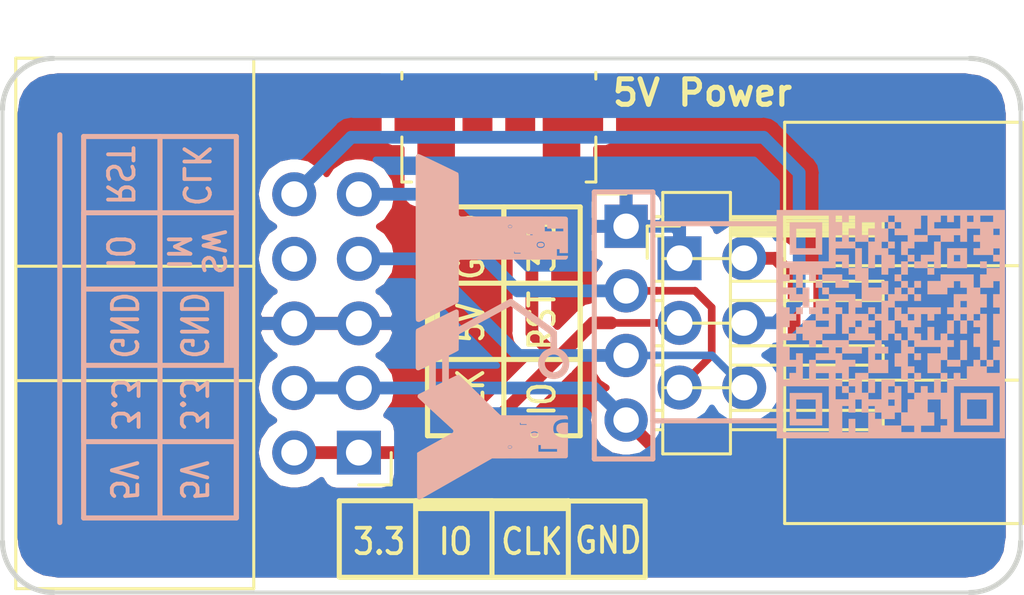
<source format=kicad_pcb>
(kicad_pcb (version 20171130) (host pcbnew 5.0.2-bee76a0~70~ubuntu18.04.1)

  (general
    (thickness 1.6)
    (drawings 111)
    (tracks 60)
    (zones 0)
    (modules 6)
    (nets 11)
  )

  (page A4)
  (layers
    (0 F.Cu signal)
    (31 B.Cu signal)
    (32 B.Adhes user)
    (33 F.Adhes user)
    (34 B.Paste user)
    (35 F.Paste user)
    (36 B.SilkS user)
    (37 F.SilkS user)
    (38 B.Mask user)
    (39 F.Mask user)
    (40 Dwgs.User user)
    (41 Cmts.User user)
    (42 Eco1.User user)
    (43 Eco2.User user)
    (44 Edge.Cuts user)
    (45 Margin user)
    (46 B.CrtYd user)
    (47 F.CrtYd user)
    (48 B.Fab user)
    (49 F.Fab user)
  )

  (setup
    (last_trace_width 0.3)
    (user_trace_width 0.5)
    (trace_clearance 0.25)
    (zone_clearance 0.508)
    (zone_45_only no)
    (trace_min 0.25)
    (segment_width 0.2)
    (edge_width 0.15)
    (via_size 0.8)
    (via_drill 0.4)
    (via_min_size 0.6)
    (via_min_drill 0.3)
    (uvia_size 0.3)
    (uvia_drill 0.1)
    (uvias_allowed no)
    (uvia_min_size 0.2)
    (uvia_min_drill 0.1)
    (pcb_text_width 0.3)
    (pcb_text_size 1.5 1.5)
    (mod_edge_width 0.15)
    (mod_text_size 1 1)
    (mod_text_width 0.15)
    (pad_size 1.524 1.524)
    (pad_drill 0.762)
    (pad_to_mask_clearance 0.051)
    (solder_mask_min_width 0.25)
    (aux_axis_origin 0 0)
    (visible_elements FFFFFF7F)
    (pcbplotparams
      (layerselection 0x010f0_ffffffff)
      (usegerberextensions true)
      (usegerberattributes false)
      (usegerberadvancedattributes false)
      (creategerberjobfile false)
      (excludeedgelayer true)
      (linewidth 0.100000)
      (plotframeref false)
      (viasonmask false)
      (mode 1)
      (useauxorigin false)
      (hpglpennumber 1)
      (hpglpenspeed 20)
      (hpglpendiameter 15.000000)
      (psnegative false)
      (psa4output false)
      (plotreference true)
      (plotvalue true)
      (plotinvisibletext false)
      (padsonsilk false)
      (subtractmaskfromsilk false)
      (outputformat 1)
      (mirror false)
      (drillshape 0)
      (scaleselection 1)
      (outputdirectory "gerber/"))
  )

  (net 0 "")
  (net 1 "Net-(J1-Pad1)")
  (net 2 "Net-(J1-Pad3)")
  (net 3 GND)
  (net 4 "Net-(J1-Pad7)")
  (net 5 "Net-(J1-Pad10)")
  (net 6 "Net-(J2-Pad2)")
  (net 7 "Net-(J2-Pad3)")
  (net 8 "Net-(J2-Pad4)")
  (net 9 "Net-(J1-Pad9)")
  (net 10 "Net-(J1-Pad8)")

  (net_class Default "This is the default net class."
    (clearance 0.25)
    (trace_width 0.3)
    (via_dia 0.8)
    (via_drill 0.4)
    (uvia_dia 0.3)
    (uvia_drill 0.1)
    (diff_pair_gap 0.25)
    (diff_pair_width 0.3)
    (add_net GND)
    (add_net "Net-(J1-Pad1)")
    (add_net "Net-(J1-Pad10)")
    (add_net "Net-(J1-Pad3)")
    (add_net "Net-(J1-Pad7)")
    (add_net "Net-(J1-Pad8)")
    (add_net "Net-(J1-Pad9)")
    (add_net "Net-(J2-Pad2)")
    (add_net "Net-(J2-Pad3)")
    (add_net "Net-(J2-Pad4)")
  )

  (module Connector_IDC:IDC-Header_2x05_P2.54mm_Horizontal (layer F.Cu) (tedit 5C6173ED) (tstamp 5C6A2160)
    (at 160 102.5 180)
    (descr "Through hole angled IDC box header, 2x05, 2.54mm pitch, double rows")
    (tags "Through hole IDC box header THT 2x05 2.54mm double row")
    (path /5C64E996)
    (fp_text reference J1 (at 3 -3.5 180) (layer F.SilkS) hide
      (effects (font (size 1 1) (thickness 0.15)))
    )
    (fp_text value Conn_01x10 (at 6.105 16.51 180) (layer F.Fab)
      (effects (font (size 1 1) (thickness 0.15)))
    )
    (fp_text user %R (at 8.805 5.08 270) (layer F.Fab)
      (effects (font (size 1 1) (thickness 0.15)))
    )
    (fp_line (start -0.32 -0.32) (end -0.32 0.32) (layer F.Fab) (width 0.1))
    (fp_line (start -0.32 0.32) (end 4.38 0.32) (layer F.Fab) (width 0.1))
    (fp_line (start -0.32 10.48) (end 4.38 10.48) (layer F.Fab) (width 0.1))
    (fp_line (start -0.32 2.22) (end -0.32 2.86) (layer F.Fab) (width 0.1))
    (fp_line (start -0.32 2.86) (end 4.38 2.86) (layer F.Fab) (width 0.1))
    (fp_line (start -0.32 4.76) (end -0.32 5.4) (layer F.Fab) (width 0.1))
    (fp_line (start -0.32 5.4) (end 4.38 5.4) (layer F.Fab) (width 0.1))
    (fp_line (start -0.32 7.3) (end -0.32 7.94) (layer F.Fab) (width 0.1))
    (fp_line (start -0.32 7.94) (end 4.38 7.94) (layer F.Fab) (width 0.1))
    (fp_line (start -0.32 9.84) (end -0.32 10.48) (layer F.Fab) (width 0.1))
    (fp_line (start 13.23 15.26) (end 13.23 -5.1) (layer F.Fab) (width 0.1))
    (fp_line (start 4.38 -0.32) (end -0.32 -0.32) (layer F.Fab) (width 0.1))
    (fp_line (start 4.38 -4.1) (end 5.38 -5.1) (layer F.Fab) (width 0.1))
    (fp_line (start 4.38 15.26) (end 13.23 15.26) (layer F.Fab) (width 0.1))
    (fp_line (start 4.38 15.26) (end 4.38 -4.1) (layer F.Fab) (width 0.1))
    (fp_line (start 4.38 2.22) (end -0.32 2.22) (layer F.Fab) (width 0.1))
    (fp_line (start 4.38 2.83) (end 13.23 2.83) (layer F.Fab) (width 0.1))
    (fp_line (start 4.38 4.76) (end -0.32 4.76) (layer F.Fab) (width 0.1))
    (fp_line (start 4.38 7.3) (end -0.32 7.3) (layer F.Fab) (width 0.1))
    (fp_line (start 4.38 7.33) (end 13.23 7.33) (layer F.Fab) (width 0.1))
    (fp_line (start 4.38 9.84) (end -0.32 9.84) (layer F.Fab) (width 0.1))
    (fp_line (start 5.38 -5.1) (end 13.23 -5.1) (layer F.Fab) (width 0.1))
    (fp_line (start -1.27 -1.27) (end -1.27 0) (layer F.SilkS) (width 0.12))
    (fp_line (start 0 -1.27) (end -1.27 -1.27) (layer F.SilkS) (width 0.12))
    (fp_line (start 13.48 -5.35) (end 13.48 15.51) (layer F.SilkS) (width 0.12))
    (fp_line (start 4.13 -5.35) (end 13.48 -5.35) (layer F.SilkS) (width 0.12))
    (fp_line (start 4.13 15.51) (end 13.48 15.51) (layer F.SilkS) (width 0.12))
    (fp_line (start 4.13 15.51) (end 4.13 -5.35) (layer F.SilkS) (width 0.12))
    (fp_line (start 4.13 2.83) (end 13.48 2.83) (layer F.SilkS) (width 0.12))
    (fp_line (start 4.13 7.33) (end 13.48 7.33) (layer F.SilkS) (width 0.12))
    (fp_line (start -1.12 -5.35) (end 13.48 -5.35) (layer F.CrtYd) (width 0.05))
    (fp_line (start -1.12 15.51) (end -1.12 -5.35) (layer F.CrtYd) (width 0.05))
    (fp_line (start 13.48 -5.35) (end 13.48 15.51) (layer F.CrtYd) (width 0.05))
    (fp_line (start 13.48 15.51) (end -1.12 15.51) (layer F.CrtYd) (width 0.05))
    (pad 1 thru_hole rect (at 0 0 180) (size 1.7272 1.7272) (drill 1.016) (layers *.Cu *.Mask)
      (net 1 "Net-(J1-Pad1)"))
    (pad 2 thru_hole oval (at 2.54 0 180) (size 1.7272 1.7272) (drill 1.016) (layers *.Cu *.Mask)
      (net 1 "Net-(J1-Pad1)"))
    (pad 3 thru_hole oval (at 0 2.54 180) (size 1.7272 1.7272) (drill 1.016) (layers *.Cu *.Mask)
      (net 2 "Net-(J1-Pad3)"))
    (pad 4 thru_hole oval (at 2.54 2.54 180) (size 1.7272 1.7272) (drill 1.016) (layers *.Cu *.Mask)
      (net 2 "Net-(J1-Pad3)"))
    (pad 5 thru_hole oval (at 0 5.08 180) (size 1.7272 1.7272) (drill 1.016) (layers *.Cu *.Mask)
      (net 3 GND))
    (pad 6 thru_hole oval (at 2.54 5.08 180) (size 1.7272 1.7272) (drill 1.016) (layers *.Cu *.Mask)
      (net 3 GND))
    (pad 7 thru_hole oval (at 0 7.62 180) (size 1.7272 1.7272) (drill 1.016) (layers *.Cu *.Mask)
      (net 4 "Net-(J1-Pad7)"))
    (pad 8 thru_hole oval (at 2.54 7.62 180) (size 1.7272 1.7272) (drill 1.016) (layers *.Cu *.Mask)
      (net 10 "Net-(J1-Pad8)"))
    (pad 9 thru_hole oval (at 0 10.16 180) (size 1.7272 1.7272) (drill 1.016) (layers *.Cu *.Mask)
      (net 9 "Net-(J1-Pad9)"))
    (pad 10 thru_hole oval (at 2.54 10.16 180) (size 1.7272 1.7272) (drill 1.016) (layers *.Cu *.Mask)
      (net 5 "Net-(J1-Pad10)"))
    (model ${KISYS3DMOD}/Connector_IDC.3dshapes/IDC-Header_2x05_P2.54mm_Horizontal.wrl
      (at (xyz 0 0 0))
      (scale (xyz 1 1 1))
      (rotate (xyz 0 0 0))
    )
  )

  (module Connector_USB:USB_Micro-B_Molex_47346-0001 (layer F.Cu) (tedit 5C615F56) (tstamp 5C6E4BEF)
    (at 165.5 90.15 180)
    (descr "Micro USB B receptable with flange, bottom-mount, SMD, right-angle (http://www.molex.com/pdm_docs/sd/473460001_sd.pdf)")
    (tags "Micro B USB SMD")
    (path /5C5D9816)
    (attr smd)
    (fp_text reference J2 (at 5.5 1) (layer F.SilkS) hide
      (effects (font (size 1 1) (thickness 0.15)))
    )
    (fp_text value USB_B_Micro (at 0 4.6) (layer F.Fab)
      (effects (font (size 1 1) (thickness 0.15)))
    )
    (fp_text user "PCB Edge" (at 0 2.67) (layer Dwgs.User)
      (effects (font (size 0.4 0.4) (thickness 0.04)))
    )
    (fp_text user %R (at 0 1.2 180) (layer F.Fab)
      (effects (font (size 1 1) (thickness 0.15)))
    )
    (fp_line (start 3.81 -1.71) (end 3.43 -1.71) (layer F.SilkS) (width 0.12))
    (fp_line (start 4.6 3.9) (end -4.6 3.9) (layer F.CrtYd) (width 0.05))
    (fp_line (start 4.6 -2.7) (end 4.6 3.9) (layer F.CrtYd) (width 0.05))
    (fp_line (start -4.6 -2.7) (end 4.6 -2.7) (layer F.CrtYd) (width 0.05))
    (fp_line (start -4.6 3.9) (end -4.6 -2.7) (layer F.CrtYd) (width 0.05))
    (fp_line (start 3.75 3.35) (end -3.75 3.35) (layer F.Fab) (width 0.1))
    (fp_line (start 3.75 -1.65) (end 3.75 3.35) (layer F.Fab) (width 0.1))
    (fp_line (start -3.75 -1.65) (end 3.75 -1.65) (layer F.Fab) (width 0.1))
    (fp_line (start -3.75 3.35) (end -3.75 -1.65) (layer F.Fab) (width 0.1))
    (fp_line (start 3.81 2.34) (end 3.81 2.6) (layer F.SilkS) (width 0.12))
    (fp_line (start 3.81 -1.71) (end 3.81 0.06) (layer F.SilkS) (width 0.12))
    (fp_line (start -3.81 -1.71) (end -3.43 -1.71) (layer F.SilkS) (width 0.12))
    (fp_line (start -3.81 0.06) (end -3.81 -1.71) (layer F.SilkS) (width 0.12))
    (fp_line (start -3.81 2.6) (end -3.81 2.34) (layer F.SilkS) (width 0.12))
    (fp_line (start -3.25 2.65) (end 3.25 2.65) (layer F.Fab) (width 0.1))
    (pad 1 smd rect (at -1.3 -1.46 180) (size 0.45 1.38) (layers F.Cu F.Paste F.Mask)
      (net 1 "Net-(J1-Pad1)"))
    (pad 2 smd rect (at -0.65 -1.46 180) (size 0.45 1.38) (layers F.Cu F.Paste F.Mask)
      (net 6 "Net-(J2-Pad2)"))
    (pad 3 smd rect (at 0 -1.46 180) (size 0.45 1.38) (layers F.Cu F.Paste F.Mask)
      (net 7 "Net-(J2-Pad3)"))
    (pad 4 smd rect (at 0.65 -1.46 180) (size 0.45 1.38) (layers F.Cu F.Paste F.Mask)
      (net 8 "Net-(J2-Pad4)"))
    (pad 5 smd rect (at 1.3 -1.46 180) (size 0.45 1.38) (layers F.Cu F.Paste F.Mask)
      (net 3 GND))
    (pad 6 smd rect (at -2.4625 -1.1 180) (size 1.475 2.1) (layers F.Cu F.Paste F.Mask)
      (net 3 GND))
    (pad 6 smd rect (at 2.4625 -1.1 180) (size 1.475 2.1) (layers F.Cu F.Paste F.Mask)
      (net 3 GND))
    (pad 6 smd rect (at -2.91 1.2 180) (size 2.375 1.9) (layers F.Cu F.Paste F.Mask)
      (net 3 GND))
    (pad 6 smd rect (at 2.91 1.2 180) (size 2.375 1.9) (layers F.Cu F.Paste F.Mask)
      (net 3 GND))
    (pad 6 smd rect (at -0.84 1.2 180) (size 1.175 1.9) (layers F.Cu F.Paste F.Mask)
      (net 3 GND))
    (pad 6 smd rect (at 0.84 1.2 180) (size 1.175 1.9) (layers F.Cu F.Paste F.Mask)
      (net 3 GND))
    (model ${KISYS3DMOD}/Connector_USB.3dshapes/USB_Micro-B_Molex_47346-0001.wrl
      (at (xyz 0 0 0))
      (scale (xyz 1 1 1))
      (rotate (xyz 0 0 0))
    )
  )

  (module Connector_IDC:IDC-Header_2x03_P2.54mm_Horizontal (layer F.Cu) (tedit 5C6173EB) (tstamp 5C6E2610)
    (at 172.6 94.86)
    (descr "Through hole angled IDC box header, 2x03, 2.54mm pitch, double rows")
    (tags "Through hole IDC box header THT 2x03 2.54mm double row")
    (path /5C5D886D)
    (fp_text reference J3 (at 6.105 -6.35) (layer F.SilkS) hide
      (effects (font (size 1 1) (thickness 0.15)))
    )
    (fp_text value Conn_01x06 (at 6.105 11.43 180) (layer F.Fab)
      (effects (font (size 1 1) (thickness 0.15)))
    )
    (fp_text user %R (at 8.805 2.54 90) (layer F.Fab)
      (effects (font (size 1 1) (thickness 0.15)))
    )
    (fp_line (start -0.32 -0.32) (end -0.32 0.32) (layer F.Fab) (width 0.1))
    (fp_line (start -0.32 0.32) (end 4.38 0.32) (layer F.Fab) (width 0.1))
    (fp_line (start -0.32 2.22) (end -0.32 2.86) (layer F.Fab) (width 0.1))
    (fp_line (start -0.32 2.86) (end 4.38 2.86) (layer F.Fab) (width 0.1))
    (fp_line (start -0.32 4.76) (end -0.32 5.4) (layer F.Fab) (width 0.1))
    (fp_line (start -0.32 5.4) (end 4.38 5.4) (layer F.Fab) (width 0.1))
    (fp_line (start 13.23 10.18) (end 13.23 -5.1) (layer F.Fab) (width 0.1))
    (fp_line (start 4.38 -0.32) (end -0.32 -0.32) (layer F.Fab) (width 0.1))
    (fp_line (start 4.38 -4.1) (end 5.38 -5.1) (layer F.Fab) (width 0.1))
    (fp_line (start 4.38 0.29) (end 13.23 0.29) (layer F.Fab) (width 0.1))
    (fp_line (start 4.38 10.18) (end 13.23 10.18) (layer F.Fab) (width 0.1))
    (fp_line (start 4.38 10.18) (end 4.38 -4.1) (layer F.Fab) (width 0.1))
    (fp_line (start 4.38 2.22) (end -0.32 2.22) (layer F.Fab) (width 0.1))
    (fp_line (start 4.38 4.76) (end -0.32 4.76) (layer F.Fab) (width 0.1))
    (fp_line (start 4.38 4.79) (end 13.23 4.79) (layer F.Fab) (width 0.1))
    (fp_line (start 5.38 -5.1) (end 13.23 -5.1) (layer F.Fab) (width 0.1))
    (fp_line (start -1.27 -1.27) (end -1.27 0) (layer F.SilkS) (width 0.12))
    (fp_line (start 0 -1.27) (end -1.27 -1.27) (layer F.SilkS) (width 0.12))
    (fp_line (start 13.48 -5.35) (end 13.48 10.43) (layer F.SilkS) (width 0.12))
    (fp_line (start 4.13 -5.35) (end 13.48 -5.35) (layer F.SilkS) (width 0.12))
    (fp_line (start 4.13 0.29) (end 13.48 0.29) (layer F.SilkS) (width 0.12))
    (fp_line (start 4.13 10.43) (end 13.48 10.43) (layer F.SilkS) (width 0.12))
    (fp_line (start 4.13 10.43) (end 4.13 -5.35) (layer F.SilkS) (width 0.12))
    (fp_line (start 4.13 4.79) (end 13.48 4.79) (layer F.SilkS) (width 0.12))
    (fp_line (start -1.12 -5.35) (end 13.48 -5.35) (layer F.CrtYd) (width 0.05))
    (fp_line (start -1.12 10.43) (end -1.12 -5.35) (layer F.CrtYd) (width 0.05))
    (fp_line (start 13.48 -5.35) (end 13.48 10.43) (layer F.CrtYd) (width 0.05))
    (fp_line (start 13.48 10.43) (end -1.12 10.43) (layer F.CrtYd) (width 0.05))
    (pad 1 thru_hole rect (at 0 0) (size 1.7272 1.7272) (drill 1.016) (layers *.Cu *.Mask)
      (net 3 GND))
    (pad 2 thru_hole oval (at 2.54 0) (size 1.7272 1.7272) (drill 1.016) (layers *.Cu *.Mask)
      (net 2 "Net-(J1-Pad3)"))
    (pad 3 thru_hole oval (at 0 2.54) (size 1.7272 1.7272) (drill 1.016) (layers *.Cu *.Mask)
      (net 1 "Net-(J1-Pad1)"))
    (pad 4 thru_hole oval (at 2.54 2.54) (size 1.7272 1.7272) (drill 1.016) (layers *.Cu *.Mask)
      (net 5 "Net-(J1-Pad10)"))
    (pad 5 thru_hole oval (at 0 5.08) (size 1.7272 1.7272) (drill 1.016) (layers *.Cu *.Mask)
      (net 9 "Net-(J1-Pad9)"))
    (pad 6 thru_hole oval (at 2.54 5.08) (size 1.7272 1.7272) (drill 1.016) (layers *.Cu *.Mask)
      (net 4 "Net-(J1-Pad7)"))
    (model ${KISYS3DMOD}/Connector_IDC.3dshapes/IDC-Header_2x03_P2.54mm_Horizontal.wrl
      (at (xyz 0 0 0))
      (scale (xyz 1 1 1))
      (rotate (xyz 0 0 0))
    )
  )

  (module Connector_PinHeader_2.54mm:PinHeader_1x04_P2.54mm_Horizontal (layer F.Cu) (tedit 5C6173F1) (tstamp 5C6E2474)
    (at 170.5 93.6)
    (descr "Through hole angled pin header, 1x04, 2.54mm pitch, 6mm pin length, single row")
    (tags "Through hole angled pin header THT 1x04 2.54mm single row")
    (path /5C64BED8)
    (fp_text reference J4 (at 4.385 -2.27) (layer F.SilkS) hide
      (effects (font (size 1 1) (thickness 0.15)))
    )
    (fp_text value Conn_01x04 (at 4.385 9.89) (layer F.Fab)
      (effects (font (size 1 1) (thickness 0.15)))
    )
    (fp_line (start 2.135 -1.27) (end 4.04 -1.27) (layer F.Fab) (width 0.1))
    (fp_line (start 4.04 -1.27) (end 4.04 8.89) (layer F.Fab) (width 0.1))
    (fp_line (start 4.04 8.89) (end 1.5 8.89) (layer F.Fab) (width 0.1))
    (fp_line (start 1.5 8.89) (end 1.5 -0.635) (layer F.Fab) (width 0.1))
    (fp_line (start 1.5 -0.635) (end 2.135 -1.27) (layer F.Fab) (width 0.1))
    (fp_line (start -0.32 -0.32) (end 1.5 -0.32) (layer F.Fab) (width 0.1))
    (fp_line (start -0.32 -0.32) (end -0.32 0.32) (layer F.Fab) (width 0.1))
    (fp_line (start -0.32 0.32) (end 1.5 0.32) (layer F.Fab) (width 0.1))
    (fp_line (start 4.04 -0.32) (end 10.04 -0.32) (layer F.Fab) (width 0.1))
    (fp_line (start 10.04 -0.32) (end 10.04 0.32) (layer F.Fab) (width 0.1))
    (fp_line (start 4.04 0.32) (end 10.04 0.32) (layer F.Fab) (width 0.1))
    (fp_line (start -0.32 2.22) (end 1.5 2.22) (layer F.Fab) (width 0.1))
    (fp_line (start -0.32 2.22) (end -0.32 2.86) (layer F.Fab) (width 0.1))
    (fp_line (start -0.32 2.86) (end 1.5 2.86) (layer F.Fab) (width 0.1))
    (fp_line (start 4.04 2.22) (end 10.04 2.22) (layer F.Fab) (width 0.1))
    (fp_line (start 10.04 2.22) (end 10.04 2.86) (layer F.Fab) (width 0.1))
    (fp_line (start 4.04 2.86) (end 10.04 2.86) (layer F.Fab) (width 0.1))
    (fp_line (start -0.32 4.76) (end 1.5 4.76) (layer F.Fab) (width 0.1))
    (fp_line (start -0.32 4.76) (end -0.32 5.4) (layer F.Fab) (width 0.1))
    (fp_line (start -0.32 5.4) (end 1.5 5.4) (layer F.Fab) (width 0.1))
    (fp_line (start 4.04 4.76) (end 10.04 4.76) (layer F.Fab) (width 0.1))
    (fp_line (start 10.04 4.76) (end 10.04 5.4) (layer F.Fab) (width 0.1))
    (fp_line (start 4.04 5.4) (end 10.04 5.4) (layer F.Fab) (width 0.1))
    (fp_line (start -0.32 7.3) (end 1.5 7.3) (layer F.Fab) (width 0.1))
    (fp_line (start -0.32 7.3) (end -0.32 7.94) (layer F.Fab) (width 0.1))
    (fp_line (start -0.32 7.94) (end 1.5 7.94) (layer F.Fab) (width 0.1))
    (fp_line (start 4.04 7.3) (end 10.04 7.3) (layer F.Fab) (width 0.1))
    (fp_line (start 10.04 7.3) (end 10.04 7.94) (layer F.Fab) (width 0.1))
    (fp_line (start 4.04 7.94) (end 10.04 7.94) (layer F.Fab) (width 0.1))
    (fp_line (start 1.44 -1.33) (end 1.44 8.95) (layer F.SilkS) (width 0.12))
    (fp_line (start 1.44 8.95) (end 4.1 8.95) (layer F.SilkS) (width 0.12))
    (fp_line (start 4.1 8.95) (end 4.1 -1.33) (layer F.SilkS) (width 0.12))
    (fp_line (start 4.1 -1.33) (end 1.44 -1.33) (layer F.SilkS) (width 0.12))
    (fp_line (start 4.1 -0.38) (end 10.1 -0.38) (layer F.SilkS) (width 0.12))
    (fp_line (start 10.1 -0.38) (end 10.1 0.38) (layer F.SilkS) (width 0.12))
    (fp_line (start 10.1 0.38) (end 4.1 0.38) (layer F.SilkS) (width 0.12))
    (fp_line (start 4.1 -0.32) (end 10.1 -0.32) (layer F.SilkS) (width 0.12))
    (fp_line (start 4.1 -0.2) (end 10.1 -0.2) (layer F.SilkS) (width 0.12))
    (fp_line (start 4.1 -0.08) (end 10.1 -0.08) (layer F.SilkS) (width 0.12))
    (fp_line (start 4.1 0.04) (end 10.1 0.04) (layer F.SilkS) (width 0.12))
    (fp_line (start 4.1 0.16) (end 10.1 0.16) (layer F.SilkS) (width 0.12))
    (fp_line (start 4.1 0.28) (end 10.1 0.28) (layer F.SilkS) (width 0.12))
    (fp_line (start 1.11 -0.38) (end 1.44 -0.38) (layer F.SilkS) (width 0.12))
    (fp_line (start 1.11 0.38) (end 1.44 0.38) (layer F.SilkS) (width 0.12))
    (fp_line (start 1.44 1.27) (end 4.1 1.27) (layer F.SilkS) (width 0.12))
    (fp_line (start 4.1 2.16) (end 10.1 2.16) (layer F.SilkS) (width 0.12))
    (fp_line (start 10.1 2.16) (end 10.1 2.92) (layer F.SilkS) (width 0.12))
    (fp_line (start 10.1 2.92) (end 4.1 2.92) (layer F.SilkS) (width 0.12))
    (fp_line (start 1.042929 2.16) (end 1.44 2.16) (layer F.SilkS) (width 0.12))
    (fp_line (start 1.042929 2.92) (end 1.44 2.92) (layer F.SilkS) (width 0.12))
    (fp_line (start 1.44 3.81) (end 4.1 3.81) (layer F.SilkS) (width 0.12))
    (fp_line (start 4.1 4.7) (end 10.1 4.7) (layer F.SilkS) (width 0.12))
    (fp_line (start 10.1 4.7) (end 10.1 5.46) (layer F.SilkS) (width 0.12))
    (fp_line (start 10.1 5.46) (end 4.1 5.46) (layer F.SilkS) (width 0.12))
    (fp_line (start 1.042929 4.7) (end 1.44 4.7) (layer F.SilkS) (width 0.12))
    (fp_line (start 1.042929 5.46) (end 1.44 5.46) (layer F.SilkS) (width 0.12))
    (fp_line (start 1.44 6.35) (end 4.1 6.35) (layer F.SilkS) (width 0.12))
    (fp_line (start 4.1 7.24) (end 10.1 7.24) (layer F.SilkS) (width 0.12))
    (fp_line (start 10.1 7.24) (end 10.1 8) (layer F.SilkS) (width 0.12))
    (fp_line (start 10.1 8) (end 4.1 8) (layer F.SilkS) (width 0.12))
    (fp_line (start 1.042929 7.24) (end 1.44 7.24) (layer F.SilkS) (width 0.12))
    (fp_line (start 1.042929 8) (end 1.44 8) (layer F.SilkS) (width 0.12))
    (fp_line (start -1.27 0) (end -1.27 -1.27) (layer F.SilkS) (width 0.12))
    (fp_line (start -1.27 -1.27) (end 0 -1.27) (layer F.SilkS) (width 0.12))
    (fp_line (start -1.8 -1.8) (end -1.8 9.4) (layer F.CrtYd) (width 0.05))
    (fp_line (start -1.8 9.4) (end 10.55 9.4) (layer F.CrtYd) (width 0.05))
    (fp_line (start 10.55 9.4) (end 10.55 -1.8) (layer F.CrtYd) (width 0.05))
    (fp_line (start 10.55 -1.8) (end -1.8 -1.8) (layer F.CrtYd) (width 0.05))
    (fp_text user %R (at 2.77 3.81 90) (layer F.Fab)
      (effects (font (size 1 1) (thickness 0.15)))
    )
    (pad 1 thru_hole rect (at 0 0) (size 1.7 1.7) (drill 1) (layers *.Cu *.Mask)
      (net 3 GND))
    (pad 2 thru_hole oval (at 0 2.54) (size 1.7 1.7) (drill 1) (layers *.Cu *.Mask)
      (net 9 "Net-(J1-Pad9)"))
    (pad 3 thru_hole oval (at 0 5.08) (size 1.7 1.7) (drill 1) (layers *.Cu *.Mask)
      (net 4 "Net-(J1-Pad7)"))
    (pad 4 thru_hole oval (at 0 7.62) (size 1.7 1.7) (drill 1) (layers *.Cu *.Mask)
      (net 2 "Net-(J1-Pad3)"))
    (model ${KISYS3DMOD}/Connector_PinHeader_2.54mm.3dshapes/PinHeader_1x04_P2.54mm_Horizontal.wrl
      (at (xyz 0 0 0))
      (scale (xyz 1 1 1))
      (rotate (xyz 0 0 0))
    )
  )

  (module TCY_logo:TCY_LOGO_13x6mm (layer B.Cu) (tedit 0) (tstamp 5C6EE01C)
    (at 165.25 97.55 270)
    (fp_text reference G*** (at 0 0 270) (layer B.SilkS) hide
      (effects (font (size 1.524 1.524) (thickness 0.3)) (justify mirror))
    )
    (fp_text value LOGO (at 0.75 0 270) (layer B.SilkS) hide
      (effects (font (size 1.524 1.524) (thickness 0.3)) (justify mirror))
    )
    (fp_poly (pts (xy -3.925567 -0.626678) (xy -3.911275 -0.637538) (xy -3.901564 -0.6564) (xy -3.896664 -0.67998)
      (xy -3.896804 -0.704996) (xy -3.902211 -0.728164) (xy -3.913116 -0.746203) (xy -3.916994 -0.749737)
      (xy -3.936162 -0.760318) (xy -3.953491 -0.759336) (xy -3.970537 -0.747156) (xy -3.979242 -0.736367)
      (xy -3.983748 -0.723578) (xy -3.985303 -0.704487) (xy -3.985381 -0.696035) (xy -3.984202 -0.67347)
      (xy -3.981164 -0.653627) (xy -3.978296 -0.644211) (xy -3.965659 -0.629689) (xy -3.946613 -0.623654)
      (xy -3.925567 -0.626678)) (layer B.SilkS) (width 0.01))
    (fp_poly (pts (xy -3.196137 -1.775467) (xy -3.173335 -1.787521) (xy -3.156577 -1.809815) (xy -3.145755 -1.842489)
      (xy -3.140866 -1.883451) (xy -3.142087 -1.927521) (xy -3.150139 -1.96361) (xy -3.16449 -1.991061)
      (xy -3.184609 -2.009215) (xy -3.209968 -2.017414) (xy -3.240034 -2.015001) (xy -3.245705 -2.013449)
      (xy -3.266405 -2.001241) (xy -3.282877 -1.979649) (xy -3.294554 -1.950815) (xy -3.300869 -1.916884)
      (xy -3.301254 -1.879998) (xy -3.295141 -1.842303) (xy -3.293038 -1.834683) (xy -3.280509 -1.805197)
      (xy -3.262773 -1.785921) (xy -3.238412 -1.775577) (xy -3.22509 -1.773512) (xy -3.196137 -1.775467)) (layer B.SilkS) (width 0.01))
    (fp_poly (pts (xy 4.75212 -0.621501) (xy 4.765627 -0.635692) (xy 4.772891 -0.659819) (xy 4.774394 -0.683381)
      (xy 4.771696 -0.714316) (xy 4.763233 -0.735158) (xy 4.748447 -0.746732) (xy 4.729442 -0.749905)
      (xy 4.710372 -0.74749) (xy 4.69831 -0.739077) (xy 4.696319 -0.736464) (xy 4.6897 -0.718513)
      (xy 4.68698 -0.689147) (xy 4.686905 -0.682035) (xy 4.689059 -0.652055) (xy 4.696156 -0.632121)
      (xy 4.709147 -0.620862) (xy 4.728984 -0.616906) (xy 4.732123 -0.616857) (xy 4.75212 -0.621501)) (layer B.SilkS) (width 0.01))
    (fp_poly (pts (xy 4.26978 -1.530669) (xy 4.291331 -1.542122) (xy 4.306581 -1.562158) (xy 4.316037 -1.591551)
      (xy 4.320207 -1.631078) (xy 4.320511 -1.647976) (xy 4.317296 -1.691973) (xy 4.307708 -1.726187)
      (xy 4.291843 -1.750388) (xy 4.273087 -1.763085) (xy 4.251175 -1.770382) (xy 4.233276 -1.770544)
      (xy 4.21352 -1.763412) (xy 4.209349 -1.761359) (xy 4.188397 -1.746158) (xy 4.173982 -1.724169)
      (xy 4.165314 -1.693768) (xy 4.162071 -1.663764) (xy 4.162425 -1.619491) (xy 4.169384 -1.58404)
      (xy 4.183326 -1.555863) (xy 4.190801 -1.546442) (xy 4.20243 -1.534974) (xy 4.213899 -1.52918)
      (xy 4.2301 -1.527184) (xy 4.241422 -1.527024) (xy 4.26978 -1.530669)) (layer B.SilkS) (width 0.01))
    (fp_poly (pts (xy 2.715381 3.008691) (xy 2.712357 3.005667) (xy 2.709333 3.008691) (xy 2.712357 3.011714)
      (xy 2.715381 3.008691)) (layer B.SilkS) (width 0.01))
    (fp_poly (pts (xy 1.884841 1.334508) (xy 1.884011 1.330913) (xy 1.88081 1.330476) (xy 1.875832 1.332689)
      (xy 1.876778 1.334508) (xy 1.883955 1.335232) (xy 1.884841 1.334508)) (layer B.SilkS) (width 0.01))
    (fp_poly (pts (xy 4.029705 -2.513255) (xy 4.050626 -2.514683) (xy 4.067062 -2.51797) (xy 4.082813 -2.523786)
      (xy 4.095627 -2.529801) (xy 4.128354 -2.550563) (xy 4.155817 -2.578674) (xy 4.178841 -2.615363)
      (xy 4.198254 -2.661864) (xy 4.20996 -2.700262) (xy 4.215356 -2.722542) (xy 4.219141 -2.744829)
      (xy 4.221596 -2.770076) (xy 4.222999 -2.801237) (xy 4.223628 -2.841265) (xy 4.223656 -2.845405)
      (xy 4.2236 -2.879093) (xy 4.223052 -2.909052) (xy 4.222092 -2.932954) (xy 4.220801 -2.948469)
      (xy 4.219916 -2.95275) (xy 4.218056 -2.955534) (xy 4.214211 -2.957784) (xy 4.207203 -2.959558)
      (xy 4.195854 -2.96091) (xy 4.178985 -2.961897) (xy 4.155418 -2.962576) (xy 4.123974 -2.963002)
      (xy 4.083476 -2.963232) (xy 4.032745 -2.963323) (xy 3.998147 -2.963333) (xy 3.780725 -2.963333)
      (xy 3.77639 -2.922857) (xy 3.772968 -2.860941) (xy 3.775424 -2.798333) (xy 3.783334 -2.737618)
      (xy 3.796277 -2.68138) (xy 3.81383 -2.632206) (xy 3.828592 -2.603438) (xy 3.853799 -2.568036)
      (xy 3.881834 -2.542346) (xy 3.914701 -2.525315) (xy 3.954401 -2.515889) (xy 4.0005 -2.513017)
      (xy 4.029705 -2.513255)) (layer B.SilkS) (width 0.01))
    (fp_poly (pts (xy -2.815679 3.011616) (xy -2.613559 3.011605) (xy -2.42233 3.011586) (xy -2.241689 3.011559)
      (xy -2.071335 3.011523) (xy -1.910967 3.011477) (xy -1.760284 3.011419) (xy -1.618984 3.01135)
      (xy -1.486766 3.011267) (xy -1.363328 3.011171) (xy -1.24837 3.01106) (xy -1.14159 3.010934)
      (xy -1.042686 3.010791) (xy -0.951357 3.01063) (xy -0.867303 3.010451) (xy -0.790221 3.010253)
      (xy -0.71981 3.010034) (xy -0.655769 3.009795) (xy -0.597796 3.009533) (xy -0.545591 3.009249)
      (xy -0.498852 3.00894) (xy -0.457278 3.008607) (xy -0.420566 3.008248) (xy -0.388417 3.007863)
      (xy -0.360528 3.00745) (xy -0.336598 3.007009) (xy -0.316327 3.006538) (xy -0.299412 3.006037)
      (xy -0.285552 3.005505) (xy -0.274446 3.004941) (xy -0.265793 3.004343) (xy -0.25929 3.003712)
      (xy -0.254638 3.003046) (xy -0.251535 3.002345) (xy -0.250037 3.001792) (xy -0.222655 2.982676)
      (xy -0.204442 2.95568) (xy -0.195418 2.920839) (xy -0.194704 2.912715) (xy -0.19238 2.875643)
      (xy -0.562885 2.128762) (xy -0.60721 2.039453) (xy -0.650159 1.953003) (xy -0.691414 1.870044)
      (xy -0.730659 1.791209) (xy -0.767579 1.717131) (xy -0.801856 1.648442) (xy -0.833175 1.585776)
      (xy -0.861219 1.529764) (xy -0.885671 1.48104) (xy -0.906216 1.440237) (xy -0.922536 1.407987)
      (xy -0.934316 1.384922) (xy -0.941239 1.371677) (xy -0.942945 1.368683) (xy -0.954488 1.357067)
      (xy -0.970863 1.345143) (xy -0.97449 1.342981) (xy -0.977814 1.341162) (xy -0.981472 1.339528)
      (xy -0.986098 1.33807) (xy -0.99233 1.336777) (xy -1.000801 1.33564) (xy -1.012147 1.334648)
      (xy -1.027002 1.333792) (xy -1.046003 1.333062) (xy -1.069785 1.332447) (xy -1.098982 1.331937)
      (xy -1.13423 1.331523) (xy -1.176164 1.331195) (xy -1.225419 1.330942) (xy -1.282631 1.330754)
      (xy -1.348435 1.330621) (xy -1.423465 1.330534) (xy -1.508357 1.330483) (xy -1.603747 1.330457)
      (xy -1.710269 1.330446) (xy -1.769752 1.330443) (xy -1.901405 1.330387) (xy -2.021268 1.330231)
      (xy -2.129309 1.329976) (xy -2.225499 1.329621) (xy -2.309808 1.329167) (xy -2.382207 1.328615)
      (xy -2.442666 1.327964) (xy -2.491155 1.327214) (xy -2.527644 1.326366) (xy -2.552103 1.325421)
      (xy -2.564503 1.324378) (xy -2.565515 1.324163) (xy -2.590509 1.313022) (xy -2.614211 1.295473)
      (xy -2.631468 1.27539) (xy -2.632362 1.273884) (xy -2.633068 1.270277) (xy -2.633738 1.261773)
      (xy -2.634375 1.248061) (xy -2.63498 1.22883) (xy -2.635555 1.203766) (xy -2.636101 1.172559)
      (xy -2.636619 1.134897) (xy -2.637112 1.090468) (xy -2.637581 1.03896) (xy -2.638027 0.980062)
      (xy -2.638453 0.913462) (xy -2.638859 0.838848) (xy -2.639247 0.755909) (xy -2.639618 0.664332)
      (xy -2.639975 0.563807) (xy -2.640319 0.45402) (xy -2.640651 0.334662) (xy -2.640974 0.205419)
      (xy -2.641287 0.06598) (xy -2.641594 -0.083966) (xy -2.641895 -0.244732) (xy -2.642192 -0.416628)
      (xy -2.642488 -0.599968) (xy -2.642782 -0.795062) (xy -2.642809 -0.813847) (xy -2.645833 -2.888622)
      (xy -2.662864 -2.914357) (xy -2.686712 -2.939842) (xy -2.717829 -2.956386) (xy -2.754457 -2.963098)
      (xy -2.759226 -2.9632) (xy -2.787952 -2.963333) (xy -2.787952 -2.527905) (xy -3.054048 -2.527905)
      (xy -3.054048 -2.636762) (xy -2.902857 -2.636762) (xy -2.902857 -2.963333) (xy -3.572631 -2.962813)
      (xy -3.661949 -2.962698) (xy -3.748086 -2.962495) (xy -3.830244 -2.962213) (xy -3.907628 -2.961858)
      (xy -3.97944 -2.961437) (xy -4.044886 -2.960956) (xy -4.103167 -2.960422) (xy -4.153488 -2.959841)
      (xy -4.195052 -2.959221) (xy -4.227063 -2.958568) (xy -4.248724 -2.957888) (xy -4.25924 -2.957189)
      (xy -4.259917 -2.957053) (xy -4.281904 -2.945636) (xy -4.303056 -2.926625) (xy -4.319134 -2.90403)
      (xy -4.321769 -2.898515) (xy -4.32254 -2.895261) (xy -4.323265 -2.888979) (xy -4.323943 -2.879315)
      (xy -4.324576 -2.865912) (xy -4.325167 -2.848412) (xy -4.325715 -2.826461) (xy -4.326223 -2.7997)
      (xy -4.326692 -2.767775) (xy -4.327123 -2.730327) (xy -4.327519 -2.687002) (xy -4.327879 -2.637441)
      (xy -4.328207 -2.58129) (xy -4.328502 -2.518191) (xy -4.328767 -2.447787) (xy -4.329003 -2.369724)
      (xy -4.329212 -2.283643) (xy -4.329394 -2.189188) (xy -4.329552 -2.086004) (xy -4.329594 -2.050143)
      (xy -4.015619 -2.050143) (xy -4.015619 -2.152952) (xy -3.864428 -2.152952) (xy -3.864428 -2.787952)
      (xy -3.749524 -2.787952) (xy -3.749524 -2.050143) (xy -4.015619 -2.050143) (xy -4.329594 -2.050143)
      (xy -4.329686 -1.973733) (xy -4.329734 -1.920843) (xy -3.343563 -1.920843) (xy -3.340473 -1.951673)
      (xy -3.333158 -1.977619) (xy -3.32091 -2.002121) (xy -3.316981 -2.008445) (xy -3.295378 -2.031524)
      (xy -3.266475 -2.047274) (xy -3.233061 -2.05504) (xy -3.197922 -2.054166) (xy -3.164492 -2.044292)
      (xy -3.138665 -2.026286) (xy -3.118449 -1.999676) (xy -3.103994 -1.966649) (xy -3.095449 -1.929394)
      (xy -3.092963 -1.890098) (xy -3.096684 -1.850949) (xy -3.106763 -1.814133) (xy -3.123347 -1.781839)
      (xy -3.144963 -1.757592) (xy -3.161377 -1.746313) (xy -3.177528 -1.738962) (xy -3.180002 -1.738324)
      (xy -3.196878 -1.734814) (xy -3.207805 -1.732569) (xy -3.227379 -1.732504) (xy -3.251913 -1.737576)
      (xy -3.276246 -1.746298) (xy -3.295221 -1.757179) (xy -3.296394 -1.758133) (xy -3.316132 -1.778732)
      (xy -3.329828 -1.803331) (xy -3.3384 -1.834359) (xy -3.342767 -1.874247) (xy -3.343141 -1.881688)
      (xy -3.343563 -1.920843) (xy -4.329734 -1.920843) (xy -4.329798 -1.852019) (xy -4.32989 -1.720505)
      (xy -4.329963 -1.578836) (xy -4.330019 -1.426654) (xy -4.330043 -1.324428) (xy -3.689048 -1.324428)
      (xy -3.689048 -1.342571) (xy -3.688259 -1.353728) (xy -3.683704 -1.359012) (xy -3.6721 -1.360612)
      (xy -3.661833 -1.360714) (xy -3.634619 -1.360714) (xy -3.634619 -1.584476) (xy -3.598333 -1.584476)
      (xy -3.598333 -1.324428) (xy -3.689048 -1.324428) (xy -4.330043 -1.324428) (xy -4.330058 -1.263603)
      (xy -4.330083 -1.089327) (xy -4.330094 -0.903469) (xy -4.330094 -0.861786) (xy -2.963333 -0.861786)
      (xy -2.962205 -0.871115) (xy -2.956661 -0.875535) (xy -2.943459 -0.876847) (xy -2.936119 -0.876905)
      (xy -2.908905 -0.876905) (xy -2.908905 -1.106714) (xy -2.872619 -1.106714) (xy -2.872619 -0.846666)
      (xy -2.917976 -0.846666) (xy -2.941047 -0.846855) (xy -2.95457 -0.847986) (xy -2.961094 -0.85091)
      (xy -2.963167 -0.856475) (xy -2.963333 -0.861786) (xy -4.330094 -0.861786) (xy -4.330095 -0.817904)
      (xy -4.330095 -0.688201) (xy -4.009273 -0.688201) (xy -4.006378 -0.718642) (xy -3.997638 -0.74354)
      (xy -3.980599 -0.765524) (xy -3.958292 -0.777237) (xy -3.932763 -0.778017) (xy -3.912611 -0.770969)
      (xy -3.897075 -0.758845) (xy -3.885266 -0.74322) (xy -3.878875 -0.72269) (xy -3.876008 -0.696044)
      (xy -3.876868 -0.668797) (xy -3.881658 -0.646463) (xy -3.881691 -0.646377) (xy -3.895346 -0.625549)
      (xy -3.915937 -0.611394) (xy -3.940055 -0.605029) (xy -3.964289 -0.607571) (xy -3.978626 -0.614623)
      (xy -3.9949 -0.63282) (xy -4.005281 -0.658469) (xy -4.009273 -0.688201) (xy -4.330095 -0.688201)
      (xy -4.330095 1.243247) (xy -4.343702 1.269877) (xy -4.362641 1.297774) (xy -4.386889 1.315864)
      (xy -4.412206 1.324686) (xy -4.42132 1.325408) (xy -4.441881 1.326099) (xy -4.473241 1.326754)
      (xy -4.514753 1.327368) (xy -4.565767 1.327938) (xy -4.625636 1.328458) (xy -4.693712 1.328924)
      (xy -4.769347 1.329332) (xy -4.851893 1.329676) (xy -4.940702 1.329953) (xy -5.035125 1.330158)
      (xy -5.134515 1.330287) (xy -5.220907 1.330332) (xy -5.335638 1.330345) (xy -5.438899 1.330354)
      (xy -5.531312 1.330385) (xy -5.613504 1.33046) (xy -5.686098 1.330603) (xy -5.749719 1.330839)
      (xy -5.804991 1.331192) (xy -5.852539 1.331684) (xy -5.892986 1.33234) (xy -5.926958 1.333185)
      (xy -5.955079 1.334241) (xy -5.977973 1.335533) (xy -5.996265 1.337084) (xy -6.010578 1.338918)
      (xy -6.021538 1.34106) (xy -6.029769 1.343533) (xy -6.035895 1.346361) (xy -6.04054 1.349568)
      (xy -6.04433 1.353177) (xy -6.047887 1.357213) (xy -6.051838 1.3617) (xy -6.052222 1.362113)
      (xy -6.056439 1.369241) (xy -6.06556 1.386641) (xy -6.079274 1.413675) (xy -6.097266 1.449701)
      (xy -6.119225 1.494082) (xy -6.144838 1.546176) (xy -6.173792 1.605345) (xy -6.205775 1.670949)
      (xy -6.240474 1.742348) (xy -6.277576 1.818903) (xy -6.316769 1.899974) (xy -6.35774 1.984921)
      (xy -6.400177 2.073105) (xy -6.425663 2.126158) (xy -6.476552 2.232189) (xy -6.522445 2.327878)
      (xy -6.563595 2.413778) (xy -6.600258 2.490442) (xy -6.632689 2.558423) (xy -6.661143 2.618274)
      (xy -6.685876 2.670549) (xy -6.707142 2.7158) (xy -6.725196 2.754581) (xy -6.740295 2.787444)
      (xy -6.752692 2.814943) (xy -6.762644 2.837631) (xy -6.770404 2.85606) (xy -6.776229 2.870785)
      (xy -6.780373 2.882357) (xy -6.783092 2.891331) (xy -6.784641 2.898259) (xy -6.785275 2.903694)
      (xy -6.785329 2.905839) (xy -6.779815 2.940765) (xy -6.764341 2.970902) (xy -6.740148 2.994027)
      (xy -6.7339 2.997885) (xy -6.709833 3.011516) (xy -3.49039 3.011615) (xy -3.253793 3.01162)
      (xy -3.02899 3.011621) (xy -2.815679 3.011616)) (layer B.SilkS) (width 0.01))
    (fp_poly (pts (xy 0.820669 3.011698) (xy 0.893235 3.011692) (xy 1.004354 3.011685) (xy 1.10402 3.011666)
      (xy 1.192873 3.011624) (xy 1.271555 3.011548) (xy 1.340709 3.011431) (xy 1.400975 3.01126)
      (xy 1.452996 3.011027) (xy 1.497412 3.01072) (xy 1.534865 3.010332) (xy 1.565998 3.00985)
      (xy 1.591451 3.009266) (xy 1.611866 3.00857) (xy 1.627885 3.007751) (xy 1.640149 3.006799)
      (xy 1.6493 3.005705) (xy 1.655979 3.004458) (xy 1.660828 3.003049) (xy 1.664489 3.001467)
      (xy 1.667603 2.999703) (xy 1.667686 2.999652) (xy 1.69214 2.978069) (xy 1.707004 2.9497)
      (xy 1.711454 2.919806) (xy 1.710877 2.911125) (xy 1.708799 2.900859) (xy 1.704712 2.887852)
      (xy 1.698111 2.870945) (xy 1.688492 2.848981) (xy 1.675348 2.820803) (xy 1.658173 2.785253)
      (xy 1.636463 2.741174) (xy 1.611691 2.691372) (xy 1.589053 2.64592) (xy 1.568216 2.603935)
      (xy 1.549775 2.566633) (xy 1.534328 2.535226) (xy 1.52247 2.510927) (xy 1.5148 2.494952)
      (xy 1.511913 2.488512) (xy 1.511905 2.488459) (xy 1.517799 2.488003) (xy 1.53487 2.487569)
      (xy 1.562196 2.487162) (xy 1.598861 2.48679) (xy 1.643943 2.486456) (xy 1.696524 2.486167)
      (xy 1.755684 2.485929) (xy 1.820505 2.485747) (xy 1.890066 2.485626) (xy 1.963449 2.485574)
      (xy 1.981013 2.485572) (xy 2.450122 2.485572) (xy 2.549568 2.68745) (xy 2.572595 2.733935)
      (xy 2.59444 2.777539) (xy 2.61442 2.816933) (xy 2.63185 2.850788) (xy 2.646046 2.877777)
      (xy 2.656323 2.896569) (xy 2.661998 2.905837) (xy 2.662046 2.905897) (xy 2.684283 2.925007)
      (xy 2.712724 2.936153) (xy 2.743888 2.938623) (xy 2.774299 2.931701) (xy 2.778587 2.929806)
      (xy 2.785455 2.924) (xy 2.80021 2.909447) (xy 2.822635 2.886377) (xy 2.852515 2.855022)
      (xy 2.889635 2.815616) (xy 2.933777 2.76839) (xy 2.984728 2.713576) (xy 3.04227 2.651407)
      (xy 3.106188 2.582114) (xy 3.176266 2.505929) (xy 3.252289 2.423085) (xy 3.334041 2.333814)
      (xy 3.416813 2.243266) (xy 3.487465 2.165942) (xy 3.556068 2.090919) (xy 3.622161 2.018696)
      (xy 3.685284 1.949773) (xy 3.744978 1.884652) (xy 3.800782 1.82383) (xy 3.852238 1.76781)
      (xy 3.898885 1.71709) (xy 3.940264 1.672172) (xy 3.975915 1.633555) (xy 4.005378 1.601739)
      (xy 4.028193 1.577225) (xy 4.043902 1.560512) (xy 4.052043 1.552102) (xy 4.052882 1.55132)
      (xy 4.079453 1.536172) (xy 4.108443 1.531785) (xy 4.137249 1.537919) (xy 4.163265 1.554333)
      (xy 4.171043 1.562248) (xy 4.17604 1.569874) (xy 4.186519 1.587437) (xy 4.202112 1.614284)
      (xy 4.222453 1.649765) (xy 4.247175 1.693229) (xy 4.275911 1.744025) (xy 4.308294 1.8015)
      (xy 4.343957 1.865005) (xy 4.382534 1.933887) (xy 4.423657 2.007496) (xy 4.466961 2.08518)
      (xy 4.512077 2.166289) (xy 4.558639 2.250171) (xy 4.562929 2.257906) (xy 4.621775 2.36396)
      (xy 4.675042 2.459773) (xy 4.722943 2.545721) (xy 4.765695 2.622181) (xy 4.80351 2.689527)
      (xy 4.836605 2.748138) (xy 4.865192 2.798388) (xy 4.889487 2.840654) (xy 4.909705 2.875313)
      (xy 4.926059 2.90274) (xy 4.938764 2.923311) (xy 4.948035 2.937403) (xy 4.954086 2.945392)
      (xy 4.956024 2.947254) (xy 4.974167 2.96031) (xy 5.848048 2.961834) (xy 5.968041 2.962041)
      (xy 6.076532 2.962217) (xy 6.174117 2.962357) (xy 6.261389 2.962453) (xy 6.338943 2.962497)
      (xy 6.407371 2.962483) (xy 6.46727 2.962405) (xy 6.519232 2.962254) (xy 6.563852 2.962024)
      (xy 6.601724 2.961708) (xy 6.633443 2.961298) (xy 6.659601 2.960789) (xy 6.680795 2.960173)
      (xy 6.697616 2.959442) (xy 6.710661 2.95859) (xy 6.720522 2.957611) (xy 6.727794 2.956496)
      (xy 6.733072 2.955239) (xy 6.736949 2.953833) (xy 6.740019 2.95227) (xy 6.741639 2.951306)
      (xy 6.766125 2.929929) (xy 6.780684 2.901736) (xy 6.785406 2.867324) (xy 6.785335 2.86388)
      (xy 6.784978 2.860167) (xy 6.784122 2.855807) (xy 6.782556 2.850423) (xy 6.780068 2.843634)
      (xy 6.776448 2.835063) (xy 6.771483 2.824332) (xy 6.764963 2.81106) (xy 6.756675 2.794871)
      (xy 6.746408 2.775386) (xy 6.73395 2.752225) (xy 6.719091 2.725011) (xy 6.701619 2.693365)
      (xy 6.681321 2.656908) (xy 6.657988 2.615262) (xy 6.631406 2.568048) (xy 6.601366 2.514887)
      (xy 6.567654 2.455402) (xy 6.53006 2.389214) (xy 6.488373 2.315943) (xy 6.44238 2.235212)
      (xy 6.39187 2.146642) (xy 6.336633 2.049854) (xy 6.276455 1.94447) (xy 6.211127 1.830112)
      (xy 6.140435 1.7064) (xy 6.06417 1.572956) (xy 5.982119 1.429402) (xy 5.979583 1.424967)
      (xy 5.173738 0.015119) (xy 5.170714 -1.443426) (xy 5.167691 -2.901971) (xy 5.155222 -2.918671)
      (xy 5.140818 -2.934818) (xy 5.126056 -2.94784) (xy 5.122377 -2.950391) (xy 5.118075 -2.952573)
      (xy 5.112223 -2.95442) (xy 5.103893 -2.955965) (xy 5.092158 -2.957242) (xy 5.076089 -2.958285)
      (xy 5.054761 -2.959126) (xy 5.027245 -2.9598) (xy 4.992613 -2.96034) (xy 4.949939 -2.960779)
      (xy 4.898295 -2.96115) (xy 4.836752 -2.961487) (xy 4.764384 -2.961825) (xy 4.734753 -2.961956)
      (xy 4.360148 -2.963602) (xy 4.364776 -2.937765) (xy 4.366426 -2.92226) (xy 4.367732 -2.897708)
      (xy 4.368584 -2.867156) (xy 4.368875 -2.833649) (xy 4.368841 -2.824238) (xy 4.366588 -2.76203)
      (xy 4.360202 -2.708017) (xy 4.348943 -2.658782) (xy 4.332073 -2.610911) (xy 4.314087 -2.571398)
      (xy 4.280502 -2.514881) (xy 4.240589 -2.468587) (xy 4.194207 -2.432438) (xy 4.141219 -2.406356)
      (xy 4.081484 -2.390265) (xy 4.014863 -2.384087) (xy 3.979075 -2.384684) (xy 3.911906 -2.392926)
      (xy 3.851949 -2.410711) (xy 3.799107 -2.438131) (xy 3.75328 -2.47528) (xy 3.714372 -2.522248)
      (xy 3.682285 -2.579129) (xy 3.656922 -2.646015) (xy 3.642152 -2.70327) (xy 3.637862 -2.73106)
      (xy 3.634646 -2.767229) (xy 3.632602 -2.808099) (xy 3.631828 -2.849992) (xy 3.632421 -2.889232)
      (xy 3.634479 -2.922141) (xy 3.636015 -2.934607) (xy 3.640435 -2.963333) (xy 3.604071 -2.963333)
      (xy 3.567874 -2.960197) (xy 3.53911 -2.949984) (xy 3.514634 -2.931484) (xy 3.510643 -2.927396)
      (xy 3.4925 -2.908111) (xy 3.489552 -1.647976) (xy 4.116189 -1.647976) (xy 4.119358 -1.695534)
      (xy 4.12927 -1.733941) (xy 4.146533 -1.764471) (xy 4.171753 -1.788398) (xy 4.187976 -1.798523)
      (xy 4.211719 -1.806) (xy 4.241314 -1.807598) (xy 4.272249 -1.803674) (xy 4.27678 -1.80219)
      (xy 4.650619 -1.80219) (xy 4.650619 -1.905) (xy 4.80181 -1.905) (xy 4.80181 -2.54)
      (xy 4.916714 -2.54) (xy 4.916714 -1.80219) (xy 4.650619 -1.80219) (xy 4.27678 -1.80219)
      (xy 4.300012 -1.794583) (xy 4.310376 -1.788832) (xy 4.333564 -1.767457) (xy 4.349017 -1.743625)
      (xy 4.355573 -1.728761) (xy 4.359794 -1.714027) (xy 4.362168 -1.696155) (xy 4.363188 -1.671877)
      (xy 4.363357 -1.647976) (xy 4.36302 -1.616846) (xy 4.361684 -1.594539) (xy 4.358863 -1.577796)
      (xy 4.354072 -1.563357) (xy 4.349131 -1.552562) (xy 4.327596 -1.52123) (xy 4.299266 -1.499401)
      (xy 4.26556 -1.487697) (xy 4.227895 -1.486739) (xy 4.207808 -1.49054) (xy 4.174226 -1.504953)
      (xy 4.148208 -1.528738) (xy 4.129827 -1.561773) (xy 4.119151 -1.603936) (xy 4.116189 -1.647976)
      (xy 3.489552 -1.647976) (xy 3.489476 -1.615829) (xy 3.489125 -1.468031) (xy 3.48879 -1.331848)
      (xy 3.488464 -1.206802) (xy 3.488143 -1.092412) (xy 3.488095 -1.076476) (xy 3.773714 -1.076476)
      (xy 3.773714 -1.094619) (xy 3.774503 -1.105775) (xy 3.779058 -1.111059) (xy 3.790662 -1.112659)
      (xy 3.800929 -1.112762) (xy 3.828143 -1.112762) (xy 3.828143 -1.342571) (xy 3.864429 -1.342571)
      (xy 3.864429 -1.076476) (xy 3.773714 -1.076476) (xy 3.488095 -1.076476) (xy 3.487823 -0.988199)
      (xy 3.487498 -0.893684) (xy 3.487164 -0.808386) (xy 3.486817 -0.731828) (xy 3.486642 -0.699191)
      (xy 4.663234 -0.699191) (xy 4.670244 -0.727468) (xy 4.683626 -0.750445) (xy 4.700941 -0.764338)
      (xy 4.718254 -0.77172) (xy 4.732013 -0.773163) (xy 4.748105 -0.768763) (xy 4.756864 -0.765241)
      (xy 4.776967 -0.751171) (xy 4.789557 -0.728603) (xy 4.79485 -0.697003) (xy 4.794535 -0.672217)
      (xy 4.792457 -0.649935) (xy 4.78863 -0.635471) (xy 4.781389 -0.624552) (xy 4.772651 -0.616059)
      (xy 4.748935 -0.601787) (xy 4.724026 -0.598355) (xy 4.700517 -0.605185) (xy 4.681002 -0.621701)
      (xy 4.671147 -0.63862) (xy 4.6633 -0.668584) (xy 4.663234 -0.699191) (xy 3.486642 -0.699191)
      (xy 3.48645 -0.663528) (xy 3.48606 -0.603007) (xy 3.485642 -0.549787) (xy 3.485191 -0.503387)
      (xy 3.484701 -0.463327) (xy 3.484169 -0.429129) (xy 3.483589 -0.400313) (xy 3.482957 -0.376399)
      (xy 3.482268 -0.356907) (xy 3.481517 -0.341359) (xy 3.4807 -0.329274) (xy 3.47981 -0.320174)
      (xy 3.478845 -0.313578) (xy 3.477798 -0.309007) (xy 3.476665 -0.305981) (xy 3.476365 -0.305405)
      (xy 3.471132 -0.29926) (xy 3.45784 -0.284936) (xy 3.436917 -0.262873) (xy 3.408791 -0.23351)
      (xy 3.373888 -0.197286) (xy 3.332637 -0.15464) (xy 3.285465 -0.106014) (xy 3.2328 -0.051845)
      (xy 3.175069 0.007427) (xy 3.112699 0.071362) (xy 3.046119 0.139521) (xy 2.975756 0.211464)
      (xy 2.902037 0.286751) (xy 2.82539 0.364945) (xy 2.746243 0.445604) (xy 2.690901 0.501953)
      (xy 2.602791 0.591695) (xy 2.518306 0.677865) (xy 2.437792 0.760104) (xy 2.361594 0.838056)
      (xy 2.29006 0.911363) (xy 2.223536 0.979669) (xy 2.162366 1.042616) (xy 2.106899 1.099847)
      (xy 2.057479 1.151004) (xy 2.014454 1.195731) (xy 1.978169 1.23367) (xy 1.948969 1.264464)
      (xy 1.927203 1.287755) (xy 1.913215 1.303188) (xy 1.907352 1.310403) (xy 1.907239 1.310627)
      (xy 1.902392 1.323239) (xy 1.899458 1.335352) (xy 1.898855 1.348277) (xy 1.901007 1.363323)
      (xy 1.906333 1.381799) (xy 1.915256 1.405015) (xy 1.928196 1.434279) (xy 1.945575 1.4709)
      (xy 1.967814 1.516189) (xy 1.98354 1.547818) (xy 2.068128 1.717524) (xy 1.127714 1.717524)
      (xy 1.040107 1.541868) (xy 1.017281 1.496646) (xy 0.995782 1.455096) (xy 0.97634 1.418557)
      (xy 0.959684 1.388367) (xy 0.946544 1.365864) (xy 0.93765 1.352389) (xy 0.935476 1.349856)
      (xy 0.918452 1.3335) (xy 0.608904 1.331634) (xy 0.299357 1.329769) (xy -0.247952 0.325839)
      (xy -0.303935 0.223141) (xy -0.358428 0.123156) (xy -0.411144 0.026414) (xy -0.461795 -0.066557)
      (xy -0.510093 -0.155229) (xy -0.555751 -0.239071) (xy -0.59848 -0.317556) (xy -0.637993 -0.390154)
      (xy -0.674002 -0.456336) (xy -0.706219 -0.515574) (xy -0.734356 -0.567338) (xy -0.758125 -0.611099)
      (xy -0.77724 -0.64633) (xy -0.79141 -0.6725) (xy -0.80035 -0.68908) (xy -0.803733 -0.695462)
      (xy -0.812204 -0.712834) (xy -0.253399 -1.496094) (xy 0.305405 -2.279353) (xy 0.575323 -2.279653)
      (xy 0.845241 -2.279952) (xy 0.861697 -2.227171) (xy 0.893016 -2.146209) (xy 0.93407 -2.072106)
      (xy 0.984265 -2.005428) (xy 1.043008 -1.94674) (xy 1.109704 -1.896607) (xy 1.183759 -1.855596)
      (xy 1.264581 -1.824272) (xy 1.293472 -1.815936) (xy 1.319165 -1.809588) (xy 1.342136 -1.805232)
      (xy 1.365817 -1.802513) (xy 1.393637 -1.801076) (xy 1.429027 -1.800567) (xy 1.442357 -1.800542)
      (xy 1.480795 -1.800828) (xy 1.510639 -1.80193) (xy 1.535384 -1.804213) (xy 1.558524 -1.808042)
      (xy 1.583551 -1.813783) (xy 1.593548 -1.816349) (xy 1.675084 -1.84371) (xy 1.750677 -1.881259)
      (xy 1.819598 -1.928269) (xy 1.881117 -1.984014) (xy 1.934505 -2.047767) (xy 1.979032 -2.118802)
      (xy 2.013968 -2.196392) (xy 2.031968 -2.252879) (xy 2.04037 -2.293958) (xy 2.046156 -2.34243)
      (xy 2.049098 -2.393831) (xy 2.048969 -2.443698) (xy 2.045542 -2.487566) (xy 2.044333 -2.495909)
      (xy 2.027342 -2.571213) (xy 2.001308 -2.644777) (xy 1.96752 -2.713538) (xy 1.927319 -2.77436)
      (xy 1.903979 -2.801997) (xy 1.87482 -2.832567) (xy 1.843187 -2.862851) (xy 1.81243 -2.889634)
      (xy 1.787937 -2.908309) (xy 1.756396 -2.927583) (xy 1.717385 -2.947804) (xy 1.675176 -2.967021)
      (xy 1.634043 -2.983283) (xy 1.599595 -2.994288) (xy 1.560287 -3.002102) (xy 1.512933 -3.007381)
      (xy 1.461331 -3.010049) (xy 1.409278 -3.010025) (xy 1.360573 -3.007232) (xy 1.319012 -3.001592)
      (xy 1.312333 -3.000214) (xy 1.230993 -2.976234) (xy 1.154834 -2.94174) (xy 1.084681 -2.897497)
      (xy 1.021359 -2.844273) (xy 0.965691 -2.782837) (xy 0.918502 -2.713954) (xy 0.880617 -2.638393)
      (xy 0.858863 -2.577998) (xy 0.845611 -2.534354) (xy 0.202595 -2.530928) (xy 0.17608 -2.515809)
      (xy 0.172102 -2.513042) (xy 0.167016 -2.508479) (xy 0.160509 -2.501694) (xy 0.152267 -2.492259)
      (xy 0.141979 -2.479746) (xy 0.129331 -2.463728) (xy 0.114009 -2.443778) (xy 0.095702 -2.419469)
      (xy 0.091984 -2.414461) (xy 1.089567 -2.414461) (xy 1.094493 -2.466682) (xy 1.110055 -2.523816)
      (xy 1.136207 -2.578128) (xy 1.171508 -2.62806) (xy 1.21452 -2.672054) (xy 1.263803 -2.708555)
      (xy 1.317918 -2.736003) (xy 1.354667 -2.748165) (xy 1.388882 -2.754184) (xy 1.429622 -2.756839)
      (xy 1.471791 -2.756118) (xy 1.510293 -2.752012) (xy 1.527265 -2.748512) (xy 1.576746 -2.732389)
      (xy 1.620436 -2.710012) (xy 1.661728 -2.679382) (xy 1.690569 -2.652418) (xy 1.73359 -2.6022)
      (xy 1.765061 -2.549307) (xy 1.785413 -2.492723) (xy 1.795077 -2.431432) (xy 1.796054 -2.403687)
      (xy 1.79052 -2.342727) (xy 1.774417 -2.285052) (xy 1.748879 -2.2316) (xy 1.715044 -2.183313)
      (xy 1.674046 -2.14113) (xy 1.627022 -2.10599) (xy 1.575108 -2.078835) (xy 1.51944 -2.060602)
      (xy 1.461155 -2.052233) (xy 1.401388 -2.054667) (xy 1.378857 -2.05855) (xy 1.316269 -2.077391)
      (xy 1.259679 -2.105789) (xy 1.209863 -2.142628) (xy 1.167598 -2.186795) (xy 1.133659 -2.237177)
      (xy 1.108824 -2.292658) (xy 1.093868 -2.352124) (xy 1.089567 -2.414461) (xy 0.091984 -2.414461)
      (xy 0.074095 -2.390373) (xy 0.048877 -2.356063) (xy 0.019733 -2.316111) (xy -0.013648 -2.270091)
      (xy -0.05158 -2.217574) (xy -0.094376 -2.158134) (xy -0.14235 -2.091343) (xy -0.195813 -2.016774)
      (xy -0.255079 -1.934) (xy -0.32046 -1.842593) (xy -0.392271 -1.742125) (xy -0.459534 -1.647976)
      (xy -0.52462 -1.556825) (xy -0.587893 -1.46815) (xy -0.648986 -1.382467) (xy -0.707532 -1.300293)
      (xy -0.763166 -1.222142) (xy -0.815522 -1.148533) (xy -0.864231 -1.079981) (xy -0.908929 -1.017002)
      (xy -0.949249 -0.960113) (xy -0.984824 -0.909831) (xy -1.015288 -0.866671) (xy -1.040275 -0.83115)
      (xy -1.059417 -0.803785) (xy -1.07235 -0.785091) (xy -1.078706 -0.775585) (xy -1.079233 -0.774688)
      (xy -1.08564 -0.757319) (xy -1.087954 -0.735885) (xy -1.087334 -0.714212) (xy -1.084836 -0.674309)
      (xy -0.539394 0.325029) (xy -0.483617 0.427237) (xy -0.429412 0.526598) (xy -0.37706 0.62259)
      (xy -0.326846 0.714695) (xy -0.279052 0.802391) (xy -0.233961 0.88516) (xy -0.191856 0.962481)
      (xy -0.15302 1.033834) (xy -0.117735 1.098699) (xy -0.086286 1.156556) (xy -0.058954 1.206886)
      (xy -0.036023 1.249168) (xy -0.017775 1.282883) (xy -0.004494 1.30751) (xy 0.003537 1.322529)
      (xy 0.006048 1.327422) (xy 0.000189 1.328013) (xy -0.016635 1.328567) (xy -0.043291 1.329074)
      (xy -0.07865 1.329521) (xy -0.12158 1.329897) (xy -0.170951 1.330192) (xy -0.225631 1.330394)
      (xy -0.284489 1.330492) (xy -0.303893 1.330499) (xy -0.37319 1.330521) (xy -0.431429 1.330601)
      (xy -0.479649 1.330776) (xy -0.518886 1.331084) (xy -0.550179 1.331561) (xy -0.574564 1.332245)
      (xy -0.59308 1.333173) (xy -0.606765 1.334383) (xy -0.616655 1.335912) (xy -0.623789 1.337797)
      (xy -0.629204 1.340075) (xy -0.633194 1.342327) (xy -0.655179 1.362528) (xy -0.668918 1.390235)
      (xy -0.673268 1.421191) (xy -0.672735 1.426069) (xy -0.671009 1.432982) (xy -0.667838 1.442459)
      (xy -0.662969 1.455029) (xy -0.656146 1.471221) (xy -0.647118 1.491563) (xy -0.63563 1.516586)
      (xy -0.621429 1.546817) (xy -0.604262 1.582786) (xy -0.583876 1.625021) (xy -0.560016 1.674053)
      (xy -0.53243 1.730409) (xy -0.500863 1.794618) (xy -0.465063 1.867211) (xy -0.424777 1.948714)
      (xy -0.410782 1.976982) (xy 1.258913 1.976982) (xy 1.26448 1.976026) (xy 1.281446 1.975141)
      (xy 1.309114 1.974332) (xy 1.346789 1.97361) (xy 1.393774 1.972981) (xy 1.449374 1.972454)
      (xy 1.512891 1.972037) (xy 1.58363 1.971738) (xy 1.660894 1.971565) (xy 1.724645 1.971524)
      (xy 2.192393 1.971524) (xy 2.322249 2.231572) (xy 1.852065 2.23135) (xy 1.381881 2.231129)
      (xy 1.321405 2.106784) (xy 1.303993 2.070929) (xy 1.288367 2.038645) (xy 1.275301 2.011542)
      (xy 1.265572 1.991233) (xy 1.259956 1.97933) (xy 1.258913 1.976982) (xy -0.410782 1.976982)
      (xy -0.37975 2.039659) (xy -0.329729 2.140573) (xy -0.296591 2.207381) (xy -0.251866 2.297451)
      (xy -0.208472 2.384675) (xy -0.166726 2.468426) (xy -0.126944 2.548075) (xy -0.089445 2.622992)
      (xy -0.054544 2.692549) (xy -0.022558 2.756118) (xy 0.006196 2.813068) (xy 0.031401 2.862772)
      (xy 0.052741 2.904601) (xy 0.069899 2.937926) (xy 0.082558 2.962118) (xy 0.090401 2.976548)
      (xy 0.092887 2.980539) (xy 0.096837 2.985081) (xy 0.100381 2.98916) (xy 0.104157 2.992802)
      (xy 0.1088 2.99603) (xy 0.114948 2.998869) (xy 0.123237 3.001345) (xy 0.134303 3.003482)
      (xy 0.148785 3.005305) (xy 0.167317 3.006838) (xy 0.190538 3.008107) (xy 0.219084 3.009136)
      (xy 0.253591 3.00995) (xy 0.294696 3.010574) (xy 0.343036 3.011033) (xy 0.399248 3.011351)
      (xy 0.463969 3.011553) (xy 0.537834 3.011664) (xy 0.621482 3.011708) (xy 0.715548 3.011711)
      (xy 0.820669 3.011698)) (layer B.SilkS) (width 0.01))
  )

  (module TCY_logo:#QR_ST-Link_adapter (layer B.Cu) (tedit 0) (tstamp 5C6EF6F2)
    (at 180.9 97.45)
    (fp_text reference G*** (at 0 0) (layer B.SilkS) hide
      (effects (font (size 1.524 1.524) (thickness 0.3)) (justify mirror))
    )
    (fp_text value LOGO (at 0.75 0) (layer B.SilkS) hide
      (effects (font (size 1.524 1.524) (thickness 0.3)) (justify mirror))
    )
    (fp_poly (pts (xy -0.6223 -0.6604) (xy -0.880533 -0.6604) (xy -0.880533 -0.402166) (xy -0.6223 -0.402166)
      (xy -0.6223 -0.6604)) (layer B.SilkS) (width 0.01))
    (fp_poly (pts (xy 4.0132 2.709334) (xy 2.747433 2.709334) (xy 2.747433 3.729567) (xy 2.992967 3.729567)
      (xy 2.992967 2.954867) (xy 3.767667 2.954867) (xy 3.767667 3.729567) (xy 2.992967 3.729567)
      (xy 2.747433 3.729567) (xy 2.747433 3.975101) (xy 4.0132 3.975101) (xy 4.0132 2.709334)) (layer B.SilkS) (width 0.01))
    (fp_poly (pts (xy -2.700867 2.709334) (xy -3.966633 2.709334) (xy -3.966633 3.729567) (xy -3.7211 3.729567)
      (xy -3.7211 2.954867) (xy -2.9464 2.954867) (xy -2.9464 3.729567) (xy -3.7211 3.729567)
      (xy -3.966633 3.729567) (xy -3.966633 3.975101) (xy -2.700867 3.975101) (xy -2.700867 2.709334)) (layer B.SilkS) (width 0.01))
    (fp_poly (pts (xy -1.655233 2.438401) (xy -1.913466 2.438401) (xy -1.913466 2.696634) (xy -1.655233 2.696634)
      (xy -1.655233 2.438401)) (layer B.SilkS) (width 0.01))
    (fp_poly (pts (xy -0.6223 2.180167) (xy -0.880533 2.180167) (xy -0.880533 2.696634) (xy -0.6223 2.696634)
      (xy -0.6223 2.180167)) (layer B.SilkS) (width 0.01))
    (fp_poly (pts (xy -3.462867 -0.6604) (xy -3.7211 -0.6604) (xy -3.7211 -0.402166) (xy -3.462867 -0.402166)
      (xy -3.462867 -0.6604)) (layer B.SilkS) (width 0.01))
    (fp_poly (pts (xy 3.767667 -2.468033) (xy 3.509433 -2.468033) (xy 3.509433 -2.209799) (xy 3.767667 -2.209799)
      (xy 3.767667 -2.468033)) (layer B.SilkS) (width 0.01))
    (fp_poly (pts (xy 2.992967 -2.984499) (xy 2.218267 -2.984499) (xy 2.218267 -2.468033) (xy 2.4765 -2.468033)
      (xy 2.4765 -2.726266) (xy 2.734733 -2.726266) (xy 2.734733 -2.468033) (xy 2.4765 -2.468033)
      (xy 2.218267 -2.468033) (xy 2.218267 -2.209799) (xy 2.992967 -2.209799) (xy 2.992967 -2.984499)) (layer B.SilkS) (width 0.01))
    (fp_poly (pts (xy 0.9271 1.6637) (xy 0.668867 1.6637) (xy 0.668867 1.147234) (xy 0.9271 1.147234)
      (xy 0.9271 0.889001) (xy 1.960034 0.889001) (xy 1.960034 1.147234) (xy 1.443567 1.147234)
      (xy 1.443567 1.921934) (xy 1.960034 1.921934) (xy 1.960034 1.405467) (xy 2.218267 1.405467)
      (xy 2.218267 0.889001) (xy 2.4765 0.889001) (xy 2.4765 0.630767) (xy 2.218267 0.630767)
      (xy 2.218267 0.372534) (xy 1.960034 0.372534) (xy 1.960034 0.630767) (xy 1.7018 0.630767)
      (xy 1.7018 0.1143) (xy 1.443567 0.1143) (xy 1.443567 0.630767) (xy 1.185334 0.630767)
      (xy 1.185334 0.372534) (xy 0.9271 0.372534) (xy 0.9271 0.1143) (xy 1.185334 0.1143)
      (xy 1.185334 -0.402166) (xy 1.443567 -0.402166) (xy 1.443567 -0.143933) (xy 1.7018 -0.143933)
      (xy 1.7018 -0.402166) (xy 1.960034 -0.402166) (xy 1.960034 -0.6604) (xy 0.668867 -0.6604)
      (xy 0.668867 -0.402166) (xy 0.410634 -0.402166) (xy 0.410634 -0.6604) (xy 0.1524 -0.6604)
      (xy 0.1524 -0.918633) (xy 0.668867 -0.918633) (xy 0.668867 -1.176866) (xy 0.9271 -1.176866)
      (xy 0.9271 -1.4351) (xy 0.668867 -1.4351) (xy 0.668867 -1.693333) (xy 0.410634 -1.693333)
      (xy 0.410634 -1.4351) (xy 0.1524 -1.4351) (xy 0.1524 -1.176866) (xy 0.410634 -1.176866)
      (xy 0.410634 -1.4351) (xy 0.668867 -1.4351) (xy 0.668867 -1.176866) (xy 0.410634 -1.176866)
      (xy 0.1524 -1.176866) (xy -0.105833 -1.176866) (xy -0.105833 -1.693333) (xy -0.364067 -1.693333)
      (xy -0.364067 -1.4351) (xy -0.880533 -1.4351) (xy -0.880533 -2.209799) (xy -1.138767 -2.209799)
      (xy -1.138767 -2.984499) (xy -1.397 -2.984499) (xy -1.397 -2.209799) (xy -1.655233 -2.209799)
      (xy -1.655233 -1.951566) (xy -1.397 -1.951566) (xy -1.397 -1.693333) (xy -1.138767 -1.693333)
      (xy -1.138767 -0.918633) (xy -0.364067 -0.918633) (xy -0.364067 -1.176866) (xy -0.105833 -1.176866)
      (xy -0.105833 -0.918633) (xy -0.364067 -0.918633) (xy -0.364067 -0.402166) (xy -0.6223 -0.402166)
      (xy -0.6223 -0.143933) (xy -0.364067 -0.143933) (xy -0.105833 -0.143933) (xy -0.105833 -0.6604)
      (xy 0.1524 -0.6604) (xy 0.1524 -0.143933) (xy -0.105833 -0.143933) (xy -0.364067 -0.143933)
      (xy -0.364067 0.630767) (xy -0.105833 0.630767) (xy -0.105833 0.372534) (xy 0.1524 0.372534)
      (xy 0.1524 -0.143933) (xy 0.410634 -0.143933) (xy 0.668867 -0.143933) (xy 0.668867 -0.402166)
      (xy 0.9271 -0.402166) (xy 0.9271 -0.143933) (xy 0.668867 -0.143933) (xy 0.410634 -0.143933)
      (xy 0.410634 0.1143) (xy 0.668867 0.1143) (xy 0.668867 0.630767) (xy 0.410634 0.630767)
      (xy 0.410634 0.372534) (xy 0.1524 0.372534) (xy 0.1524 0.630767) (xy 0.410634 0.630767)
      (xy 0.410634 0.889001) (xy 0.668867 0.889001) (xy 0.668867 0.630767) (xy 0.9271 0.630767)
      (xy 0.9271 0.889001) (xy 0.668867 0.889001) (xy 0.410634 0.889001) (xy 0.410634 1.147234)
      (xy 0.1524 1.147234) (xy 0.1524 1.6637) (xy 0.410634 1.6637) (xy 0.410634 2.180167)
      (xy 0.668867 2.180167) (xy 0.668867 1.921934) (xy 0.9271 1.921934) (xy 0.9271 1.6637)) (layer B.SilkS) (width 0.01))
    (fp_poly (pts (xy 0.9271 2.180167) (xy 1.185334 2.180167) (xy 1.185334 1.921934) (xy 0.9271 1.921934)
      (xy 0.9271 2.180167)) (layer B.SilkS) (width 0.01))
    (fp_poly (pts (xy 0.9271 1.405467) (xy 1.185334 1.405467) (xy 1.185334 1.147234) (xy 0.9271 1.147234)
      (xy 0.9271 1.405467)) (layer B.SilkS) (width 0.01))
    (fp_poly (pts (xy 1.960034 2.180167) (xy 2.218267 2.180167) (xy 2.218267 1.921934) (xy 1.960034 1.921934)
      (xy 1.960034 2.180167)) (layer B.SilkS) (width 0.01))
    (fp_poly (pts (xy 3.767667 -0.402166) (xy 3.509433 -0.402166) (xy 3.509433 -0.6604) (xy 3.767667 -0.6604)
      (xy 3.767667 -1.176866) (xy 3.509433 -1.176866) (xy 3.509433 -1.4351) (xy 3.2512 -1.4351)
      (xy 3.2512 -1.951566) (xy 1.960034 -1.951566) (xy 1.960034 -1.693333) (xy 1.443567 -1.693333)
      (xy 1.443567 -1.176866) (xy 2.218267 -1.176866) (xy 2.218267 -1.4351) (xy 2.4765 -1.4351)
      (xy 2.4765 -1.693333) (xy 2.734733 -1.693333) (xy 2.734733 -1.4351) (xy 2.992967 -1.4351)
      (xy 2.992967 -1.176866) (xy 2.4765 -1.176866) (xy 2.4765 -0.6604) (xy 2.734733 -0.6604)
      (xy 2.734733 -0.918633) (xy 2.992967 -0.918633) (xy 2.992967 -0.6604) (xy 2.734733 -0.6604)
      (xy 2.4765 -0.6604) (xy 2.218267 -0.6604) (xy 2.218267 -0.402166) (xy 2.4765 -0.402166)
      (xy 2.4765 -0.143933) (xy 2.734733 -0.143933) (xy 2.734733 -0.402166) (xy 2.992967 -0.402166)
      (xy 2.992967 -0.143933) (xy 2.734733 -0.143933) (xy 2.734733 0.372534) (xy 2.992967 0.372534)
      (xy 2.992967 -0.143933) (xy 3.2512 -0.143933) (xy 3.2512 -0.402166) (xy 3.509433 -0.402166)
      (xy 3.509433 -0.143933) (xy 3.2512 -0.143933) (xy 3.2512 0.1143) (xy 3.509433 0.1143)
      (xy 3.509433 0.372534) (xy 3.2512 0.372534) (xy 3.2512 0.889001) (xy 3.509433 0.889001)
      (xy 3.509433 1.405467) (xy 3.767667 1.405467) (xy 3.767667 -0.402166)) (layer B.SilkS) (width 0.01))
    (fp_poly (pts (xy 2.218267 -0.143933) (xy 2.218267 0.372534) (xy 2.4765 0.372534) (xy 2.4765 -0.143933)
      (xy 2.218267 -0.143933)) (layer B.SilkS) (width 0.01))
    (fp_poly (pts (xy 2.218267 1.6637) (xy 2.734733 1.6637) (xy 2.734733 1.405467) (xy 2.218267 1.405467)
      (xy 2.218267 1.6637)) (layer B.SilkS) (width 0.01))
    (fp_poly (pts (xy 3.767667 1.6637) (xy 4.0259 1.6637) (xy 4.0259 1.405467) (xy 3.767667 1.405467)
      (xy 3.767667 1.6637)) (layer B.SilkS) (width 0.01))
    (fp_poly (pts (xy -2.9464 -1.693333) (xy -2.9464 -1.4351) (xy -2.688167 -1.4351) (xy -2.688167 -1.693333)
      (xy -2.9464 -1.693333)) (layer B.SilkS) (width 0.01))
    (fp_poly (pts (xy -2.688167 -1.176866) (xy -2.429933 -1.176866) (xy -2.429933 -1.4351) (xy -2.688167 -1.4351)
      (xy -2.688167 -1.176866)) (layer B.SilkS) (width 0.01))
    (fp_poly (pts (xy -2.429933 -0.918633) (xy -2.9464 -0.918633) (xy -2.9464 -0.6604) (xy -3.204633 -0.6604)
      (xy -3.204633 -0.402166) (xy -2.9464 -0.402166) (xy -2.688167 -0.402166) (xy -2.688167 -0.6604)
      (xy -2.429933 -0.6604) (xy -2.1717 -0.6604) (xy -2.1717 -0.918633) (xy -1.655233 -0.918633)
      (xy -1.655233 -0.402166) (xy -1.913466 -0.402166) (xy -1.913466 -0.6604) (xy -2.1717 -0.6604)
      (xy -2.429933 -0.6604) (xy -2.429933 -0.402166) (xy -2.688167 -0.402166) (xy -2.9464 -0.402166)
      (xy -2.9464 -0.143933) (xy -3.462867 -0.143933) (xy -3.462867 0.1143) (xy -2.9464 0.1143)
      (xy -2.9464 -0.143933) (xy -2.429933 -0.143933) (xy -2.429933 0.1143) (xy -2.9464 0.1143)
      (xy -3.462867 0.1143) (xy -3.7211 0.1143) (xy -3.7211 0.372534) (xy -3.462867 0.372534)
      (xy -3.462867 0.630767) (xy -3.204633 0.630767) (xy -3.204633 0.889001) (xy -2.9464 0.889001)
      (xy -2.9464 0.630767) (xy -2.688167 0.630767) (xy -2.688167 0.372534) (xy -2.1717 0.372534)
      (xy -2.1717 -0.402166) (xy -1.913466 -0.402166) (xy -1.913466 -0.143933) (xy -1.397 -0.143933)
      (xy -1.138767 -0.143933) (xy -1.138767 0.1143) (xy -1.397 0.1143) (xy -1.397 -0.143933)
      (xy -1.913466 -0.143933) (xy -1.913466 0.372534) (xy -1.655233 0.372534) (xy -1.655233 0.1143)
      (xy -1.397 0.1143) (xy -1.397 0.372534) (xy -1.655233 0.372534) (xy -1.655233 0.630767)
      (xy -0.6223 0.630767) (xy -0.6223 0.372534) (xy -0.880533 0.372534) (xy -0.880533 0.1143)
      (xy -0.6223 0.1143) (xy -0.6223 -0.143933) (xy -0.880533 -0.143933) (xy -0.880533 -0.402166)
      (xy -1.397 -0.402166) (xy -1.397 -0.6604) (xy -1.138767 -0.6604) (xy -1.138767 -0.918633)
      (xy -1.397 -0.918633) (xy -1.397 -1.176866) (xy -2.429933 -1.176866) (xy -2.429933 -0.918633)) (layer B.SilkS) (width 0.01))
    (fp_poly (pts (xy -0.6223 0.889001) (xy -0.880533 0.889001) (xy -0.880533 1.921934) (xy -0.105833 1.921934)
      (xy -0.105833 1.405467) (xy -0.6223 1.405467) (xy -0.6223 1.147234) (xy -0.105833 1.147234)
      (xy -0.105833 0.889001) (xy -0.364067 0.889001) (xy -0.364067 0.630767) (xy -0.6223 0.630767)
      (xy -0.6223 0.889001)) (layer B.SilkS) (width 0.01))
    (fp_poly (pts (xy 2.992967 0.630767) (xy 2.734733 0.630767) (xy 2.734733 1.405467) (xy 2.992967 1.405467)
      (xy 2.992967 0.630767)) (layer B.SilkS) (width 0.01))
    (fp_poly (pts (xy 1.960034 -2.209799) (xy 1.960034 -3.242733) (xy 1.7018 -3.242733) (xy 1.7018 -2.726266)
      (xy 1.185334 -2.726266) (xy 1.185334 -2.468033) (xy 0.9271 -2.468033) (xy 0.9271 -2.209799)
      (xy 1.443567 -2.209799) (xy 1.443567 -2.468033) (xy 1.7018 -2.468033) (xy 1.7018 -2.209799)
      (xy 1.443567 -2.209799) (xy 1.443567 -1.951566) (xy 1.7018 -1.951566) (xy 1.7018 -2.209799)
      (xy 1.960034 -2.209799)) (layer B.SilkS) (width 0.01))
    (fp_poly (pts (xy 0.9271 -2.726266) (xy 0.668867 -2.726266) (xy 0.668867 -2.468033) (xy 0.9271 -2.468033)
      (xy 0.9271 -2.726266)) (layer B.SilkS) (width 0.01))
    (fp_poly (pts (xy 0.410634 -2.468033) (xy 0.410634 -1.951566) (xy 0.668867 -1.951566) (xy 0.668867 -2.468033)
      (xy 0.410634 -2.468033)) (layer B.SilkS) (width 0.01))
    (fp_poly (pts (xy 0.1524 -1.951566) (xy 0.1524 -1.693333) (xy 0.410634 -1.693333) (xy 0.410634 -1.951566)
      (xy 0.1524 -1.951566)) (layer B.SilkS) (width 0.01))
    (fp_poly (pts (xy 0.9271 -0.918633) (xy 1.185334 -0.918633) (xy 1.185334 -1.176866) (xy 0.9271 -1.176866)
      (xy 0.9271 -0.918633)) (layer B.SilkS) (width 0.01))
    (fp_poly (pts (xy 0.668867 2.696634) (xy 0.9271 2.696634) (xy 0.9271 2.180167) (xy 0.668867 2.180167)
      (xy 0.668867 2.696634)) (layer B.SilkS) (width 0.01))
    (fp_poly (pts (xy 1.185334 -1.693333) (xy 0.9271 -1.693333) (xy 0.9271 -1.4351) (xy 1.185334 -1.4351)
      (xy 1.185334 -1.693333)) (layer B.SilkS) (width 0.01))
    (fp_poly (pts (xy -2.1717 -1.693333) (xy -2.1717 -1.4351) (xy -1.655233 -1.4351) (xy -1.655233 -1.693333)
      (xy -1.913466 -1.693333) (xy -1.913466 -1.951566) (xy -2.688167 -1.951566) (xy -2.688167 -1.693333)
      (xy -2.1717 -1.693333)) (layer B.SilkS) (width 0.01))
    (fp_poly (pts (xy 0.1524 -3.242733) (xy -0.105833 -3.242733) (xy -0.105833 -2.984499) (xy 0.1524 -2.984499)
      (xy 0.1524 -3.242733)) (layer B.SilkS) (width 0.01))
    (fp_poly (pts (xy 0.1524 -4.017433) (xy -0.105833 -4.017433) (xy -0.105833 -3.759199) (xy 0.1524 -3.759199)
      (xy 0.1524 -4.017433)) (layer B.SilkS) (width 0.01))
    (fp_poly (pts (xy -2.700867 -4.004733) (xy -3.966633 -4.004733) (xy -3.966633 -2.984499) (xy -3.7211 -2.984499)
      (xy -3.7211 -3.759199) (xy -2.9464 -3.759199) (xy -2.9464 -2.984499) (xy -3.7211 -2.984499)
      (xy -3.966633 -2.984499) (xy -3.966633 -2.738966) (xy -2.700867 -2.738966) (xy -2.700867 -4.004733)) (layer B.SilkS) (width 0.01))
    (fp_poly (pts (xy 4.4831 -4.487333) (xy -4.478866 -4.487333) (xy -4.478866 -2.468033) (xy -4.237567 -2.468033)
      (xy -4.237567 -4.275666) (xy -2.429933 -4.275666) (xy -2.429933 -4.017433) (xy -2.1717 -4.017433)
      (xy -2.1717 -4.275666) (xy -1.913466 -4.275666) (xy -1.913466 -4.017433) (xy -1.655233 -4.017433)
      (xy -1.655233 -4.275666) (xy -1.397 -4.275666) (xy -1.397 -3.759199) (xy -1.655233 -3.759199)
      (xy -1.655233 -3.500966) (xy -1.913466 -3.500966) (xy -1.913466 -4.017433) (xy -2.1717 -4.017433)
      (xy -2.429933 -4.017433) (xy -2.429933 -3.242733) (xy -2.1717 -3.242733) (xy -2.1717 -3.500966)
      (xy -1.913466 -3.500966) (xy -1.913466 -3.242733) (xy -1.655233 -3.242733) (xy -1.655233 -3.500966)
      (xy -1.397 -3.500966) (xy -1.138767 -3.500966) (xy -1.138767 -4.017433) (xy -0.6223 -4.017433)
      (xy -0.6223 -3.759199) (xy -0.880533 -3.759199) (xy -0.880533 -3.500966) (xy -1.138767 -3.500966)
      (xy -1.397 -3.500966) (xy -1.397 -3.242733) (xy -1.655233 -3.242733) (xy -1.913466 -3.242733)
      (xy -2.1717 -3.242733) (xy -2.429933 -3.242733) (xy -2.429933 -2.468033) (xy -4.237567 -2.468033)
      (xy -4.478866 -2.468033) (xy -4.478866 -1.951566) (xy -4.237567 -1.951566) (xy -4.237567 -2.209799)
      (xy -3.979333 -2.209799) (xy -3.979333 -1.951566) (xy -4.237567 -1.951566) (xy -4.478866 -1.951566)
      (xy -4.478866 -1.4351) (xy -4.237567 -1.4351) (xy -4.237567 -1.693333) (xy -3.979333 -1.693333)
      (xy -3.979333 -1.951566) (xy -3.7211 -1.951566) (xy -3.7211 -1.4351) (xy -4.237567 -1.4351)
      (xy -4.478866 -1.4351) (xy -4.478866 0.889001) (xy -4.237567 0.889001) (xy -4.237567 0.630767)
      (xy -3.7211 0.630767) (xy -3.7211 0.372534) (xy -4.237567 0.372534) (xy -4.237567 0.1143)
      (xy -3.979333 0.1143) (xy -3.979333 -0.143933) (xy -3.7211 -0.143933) (xy -3.7211 -0.402166)
      (xy -3.979333 -0.402166) (xy -3.979333 -0.6604) (xy -4.237567 -0.6604) (xy -4.237567 -1.176866)
      (xy -3.979333 -1.176866) (xy -3.7211 -1.176866) (xy -3.7211 -1.4351) (xy -3.462867 -1.4351)
      (xy -3.462867 -1.176866) (xy -3.7211 -1.176866) (xy -3.979333 -1.176866) (xy -3.979333 -0.918633)
      (xy -3.462867 -0.918633) (xy -3.462867 -0.6604) (xy -3.204633 -0.6604) (xy -3.204633 -1.4351)
      (xy -3.462867 -1.4351) (xy -3.462867 -1.951566) (xy -3.204633 -1.951566) (xy -3.204633 -1.693333)
      (xy -2.9464 -1.693333) (xy -2.9464 -1.951566) (xy -2.688167 -1.951566) (xy -2.688167 -2.209799)
      (xy -2.1717 -2.209799) (xy -2.1717 -2.468033) (xy -1.913466 -2.468033) (xy -1.913466 -2.209799)
      (xy -1.655233 -2.209799) (xy -1.655233 -2.726266) (xy -2.1717 -2.726266) (xy -2.1717 -2.984499)
      (xy -1.397 -2.984499) (xy -1.397 -3.242733) (xy -0.880533 -3.242733) (xy -0.880533 -3.500966)
      (xy -0.6223 -3.500966) (xy -0.6223 -3.242733) (xy -0.880533 -3.242733) (xy -0.880533 -2.209799)
      (xy -0.6223 -2.209799) (xy -0.6223 -2.726266) (xy -0.364067 -2.726266) (xy -0.364067 -1.951566)
      (xy -0.105833 -1.951566) (xy -0.105833 -2.209799) (xy 0.1524 -2.209799) (xy 0.1524 -2.726266)
      (xy -0.105833 -2.726266) (xy -0.105833 -2.984499) (xy -0.364067 -2.984499) (xy -0.364067 -3.242733)
      (xy -0.105833 -3.242733) (xy -0.105833 -3.759199) (xy -0.364067 -3.759199) (xy -0.364067 -4.017433)
      (xy -0.105833 -4.017433) (xy -0.105833 -4.275666) (xy 0.1524 -4.275666) (xy 0.1524 -4.017433)
      (xy 0.410634 -4.017433) (xy 0.410634 -3.759199) (xy 0.1524 -3.759199) (xy 0.1524 -3.500966)
      (xy 0.668867 -3.500966) (xy 0.9271 -3.500966) (xy 0.9271 -3.759199) (xy 1.185334 -3.759199)
      (xy 1.185334 -4.275666) (xy 1.443567 -4.275666) (xy 1.443567 -3.759199) (xy 1.7018 -3.759199)
      (xy 1.7018 -4.017433) (xy 1.960034 -4.017433) (xy 1.960034 -4.275666) (xy 2.218267 -4.275666)
      (xy 2.218267 -4.017433) (xy 2.4765 -4.017433) (xy 2.4765 -4.275666) (xy 2.734733 -4.275666)
      (xy 2.734733 -4.017433) (xy 2.992967 -4.017433) (xy 2.992967 -4.275666) (xy 3.2512 -4.275666)
      (xy 3.2512 -4.017433) (xy 3.509433 -4.017433) (xy 3.509433 -4.275666) (xy 4.0259 -4.275666)
      (xy 4.0259 -4.017433) (xy 3.509433 -4.017433) (xy 3.2512 -4.017433) (xy 2.992967 -4.017433)
      (xy 2.734733 -4.017433) (xy 2.734733 -3.759199) (xy 1.7018 -3.759199) (xy 1.443567 -3.759199)
      (xy 1.443567 -3.500966) (xy 0.9271 -3.500966) (xy 0.668867 -3.500966) (xy 0.668867 -3.242733)
      (xy 0.410634 -3.242733) (xy 0.410634 -2.726266) (xy 0.668867 -2.726266) (xy 0.668867 -2.984499)
      (xy 0.9271 -2.984499) (xy 0.9271 -3.242733) (xy 1.443567 -3.242733) (xy 1.443567 -3.500966)
      (xy 1.960034 -3.500966) (xy 1.960034 -3.242733) (xy 2.4765 -3.242733) (xy 2.4765 -3.500966)
      (xy 2.734733 -3.500966) (xy 2.734733 -3.242733) (xy 2.992967 -3.242733) (xy 2.992967 -3.759199)
      (xy 3.509433 -3.759199) (xy 3.509433 -3.500966) (xy 4.0259 -3.500966) (xy 4.0259 -3.759199)
      (xy 4.284134 -3.759199) (xy 4.284134 -3.500966) (xy 4.0259 -3.500966) (xy 3.509433 -3.500966)
      (xy 3.2512 -3.500966) (xy 3.2512 -3.242733) (xy 3.509433 -3.242733) (xy 3.509433 -2.984499)
      (xy 3.2512 -2.984499) (xy 3.2512 -2.726266) (xy 4.0259 -2.726266) (xy 4.0259 -2.984499)
      (xy 4.284134 -2.984499) (xy 4.284134 -2.726266) (xy 4.0259 -2.726266) (xy 4.0259 -2.468033)
      (xy 4.284134 -2.468033) (xy 4.284134 -2.209799) (xy 3.767667 -2.209799) (xy 3.767667 -1.951566)
      (xy 3.509433 -1.951566) (xy 3.509433 -1.4351) (xy 4.0259 -1.4351) (xy 4.0259 -1.693333)
      (xy 4.284134 -1.693333) (xy 4.284134 -1.176866) (xy 4.0259 -1.176866) (xy 4.0259 -0.6604)
      (xy 4.284134 -0.6604) (xy 4.284134 -0.402166) (xy 4.0259 -0.402166) (xy 4.0259 0.630767)
      (xy 4.284134 0.630767) (xy 4.284134 0.889001) (xy 4.0259 0.889001) (xy 4.0259 1.405467)
      (xy 4.284134 1.405467) (xy 4.284134 1.921934) (xy 3.767667 1.921934) (xy 3.767667 1.6637)
      (xy 3.509433 1.6637) (xy 3.509433 1.405467) (xy 3.2512 1.405467) (xy 3.2512 1.6637)
      (xy 2.992967 1.6637) (xy 2.992967 2.180167) (xy 2.734733 2.180167) (xy 2.734733 1.921934)
      (xy 2.4765 1.921934) (xy 2.4765 2.180167) (xy 2.218267 2.180167) (xy 2.218267 2.696634)
      (xy 1.960034 2.696634) (xy 1.960034 2.180167) (xy 1.7018 2.180167) (xy 1.7018 2.696634)
      (xy 1.443567 2.696634) (xy 1.443567 2.438401) (xy 1.185334 2.438401) (xy 1.185334 2.696634)
      (xy 0.9271 2.696634) (xy 0.9271 2.954867) (xy 0.668867 2.954867) (xy 0.668867 3.471334)
      (xy 0.410634 3.471334) (xy 0.410634 2.438401) (xy 0.1524 2.438401) (xy 0.1524 2.180167)
      (xy -0.364067 2.180167) (xy -0.364067 2.696634) (xy -0.105833 2.696634) (xy -0.105833 2.438401)
      (xy 0.1524 2.438401) (xy 0.1524 2.696634) (xy -0.105833 2.696634) (xy -0.364067 2.696634)
      (xy -0.364067 2.954867) (xy -0.880533 2.954867) (xy -0.880533 2.696634) (xy -1.138767 2.696634)
      (xy -1.138767 2.180167) (xy -0.880533 2.180167) (xy -0.880533 1.921934) (xy -1.397 1.921934)
      (xy -1.397 2.180167) (xy -1.655233 2.180167) (xy -1.655233 1.6637) (xy -1.397 1.6637)
      (xy -1.397 1.405467) (xy -1.913466 1.405467) (xy -1.913466 1.147234) (xy -1.138767 1.147234)
      (xy -1.138767 0.889001) (xy -1.655233 0.889001) (xy -1.655233 0.630767) (xy -2.688167 0.630767)
      (xy -2.688167 0.889001) (xy -2.429933 0.889001) (xy -2.429933 1.147234) (xy -2.1717 1.147234)
      (xy -2.1717 0.889001) (xy -1.913466 0.889001) (xy -1.913466 1.147234) (xy -2.1717 1.147234)
      (xy -2.429933 1.147234) (xy -2.9464 1.147234) (xy -2.9464 1.405467) (xy -3.204633 1.405467)
      (xy -3.204633 1.6637) (xy -2.9464 1.6637) (xy -2.9464 1.405467) (xy -2.1717 1.405467)
      (xy -2.1717 1.6637) (xy -2.9464 1.6637) (xy -3.204633 1.6637) (xy -3.204633 2.180167)
      (xy -2.9464 2.180167) (xy -2.9464 1.921934) (xy -2.429933 1.921934) (xy -2.429933 2.180167)
      (xy -2.1717 2.180167) (xy -2.1717 1.921934) (xy -1.913466 1.921934) (xy -1.913466 2.180167)
      (xy -2.1717 2.180167) (xy -2.429933 2.180167) (xy -2.9464 2.180167) (xy -3.204633 2.180167)
      (xy -3.462867 2.180167) (xy -3.462867 1.147234) (xy -3.7211 1.147234) (xy -3.7211 1.405467)
      (xy -3.979333 1.405467) (xy -3.979333 0.889001) (xy -4.237567 0.889001) (xy -4.478866 0.889001)
      (xy -4.478866 2.180167) (xy -4.237567 2.180167) (xy -4.237567 1.6637) (xy -3.7211 1.6637)
      (xy -3.7211 1.921934) (xy -3.979333 1.921934) (xy -3.979333 2.180167) (xy -4.237567 2.180167)
      (xy -4.478866 2.180167) (xy -4.478866 4.246034) (xy -4.237567 4.246034) (xy -4.237567 2.438401)
      (xy -2.429933 2.438401) (xy -2.429933 2.954867) (xy -2.1717 2.954867) (xy -2.1717 2.438401)
      (xy -1.913466 2.438401) (xy -1.913466 2.180167) (xy -1.655233 2.180167) (xy -1.655233 2.438401)
      (xy -1.397 2.438401) (xy -1.397 2.696634) (xy -1.655233 2.696634) (xy -1.655233 2.954867)
      (xy -2.1717 2.954867) (xy -2.429933 2.954867) (xy -2.429933 4.246034) (xy -1.913466 4.246034)
      (xy -1.913466 3.2131) (xy -1.655233 3.2131) (xy -1.655233 3.471334) (xy -1.397 3.471334)
      (xy -1.397 2.954867) (xy -1.138767 2.954867) (xy -1.138767 3.471334) (xy -0.880533 3.471334)
      (xy -0.880533 3.2131) (xy -0.6223 3.2131) (xy -0.105833 3.2131) (xy -0.105833 2.954867)
      (xy 0.1524 2.954867) (xy 0.1524 3.2131) (xy -0.105833 3.2131) (xy -0.6223 3.2131)
      (xy -0.6223 3.471334) (xy -0.880533 3.471334) (xy -0.880533 3.729567) (xy -0.6223 3.729567)
      (xy -0.6223 3.471334) (xy -0.364067 3.471334) (xy -0.364067 3.729567) (xy -0.6223 3.729567)
      (xy -0.880533 3.729567) (xy -0.880533 3.987801) (xy -0.364067 3.987801) (xy -0.364067 3.729567)
      (xy 0.1524 3.729567) (xy 0.1524 3.471334) (xy 0.410634 3.471334) (xy 0.410634 3.987801)
      (xy -0.364067 3.987801) (xy -0.880533 3.987801) (xy -0.880533 4.246034) (xy 0.410634 4.246034)
      (xy 0.410634 3.987801) (xy 0.9271 3.987801) (xy 0.9271 4.246034) (xy 1.185334 4.246034)
      (xy 1.185334 3.987801) (xy 1.7018 3.987801) (xy 1.7018 3.471334) (xy 1.443567 3.471334)
      (xy 1.443567 2.954867) (xy 1.960034 2.954867) (xy 1.960034 3.729567) (xy 2.218267 3.729567)
      (xy 2.218267 3.987801) (xy 1.960034 3.987801) (xy 1.960034 4.246034) (xy 2.4765 4.246034)
      (xy 2.4765 2.438401) (xy 4.284134 2.438401) (xy 4.284134 4.246034) (xy 2.4765 4.246034)
      (xy 1.960034 4.246034) (xy 1.185334 4.246034) (xy 0.9271 4.246034) (xy 0.410634 4.246034)
      (xy -0.880533 4.246034) (xy -1.397 4.246034) (xy -1.397 3.729567) (xy -1.655233 3.729567)
      (xy -1.655233 4.246034) (xy -1.913466 4.246034) (xy -2.429933 4.246034) (xy -4.237567 4.246034)
      (xy -4.478866 4.246034) (xy -4.478866 4.4831) (xy 4.4831 4.4831) (xy 4.4831 -4.487333)) (layer B.SilkS) (width 0.01))
  )

  (gr_line (start 171.55 101.25) (end 171.55 102.75) (layer B.SilkS) (width 0.2))
  (gr_line (start 169.25 92.25) (end 171.55 92.25) (layer B.SilkS) (width 0.2))
  (gr_line (start 171.55 93.5) (end 171.55 92.25) (layer B.SilkS) (width 0.2))
  (gr_line (start 171.55 93.5) (end 171.75 93.5) (layer B.SilkS) (width 0.2))
  (gr_line (start 171.55 101.25) (end 171.75 101.25) (layer B.SilkS) (width 0.2))
  (gr_line (start 171.55 93.5) (end 171.55 101.25) (layer B.SilkS) (width 0.2))
  (gr_line (start 176.5 101.25) (end 171.75 101.25) (layer B.SilkS) (width 0.2))
  (gr_line (start 176.5 93.5) (end 171.75 93.5) (layer B.SilkS) (width 0.2))
  (gr_line (start 176.5 101.25) (end 176.5 93.5) (layer B.SilkS) (width 0.2))
  (gr_line (start 169.25 102.75) (end 171.55 102.75) (layer B.SilkS) (width 0.2))
  (gr_line (start 169.25 92.25) (end 169.25 102.75) (layer B.SilkS) (width 0.2))
  (gr_line (start 168.2 104.7) (end 162.25 104.7) (layer F.SilkS) (width 0.2))
  (gr_line (start 168.2 104.55) (end 168.2 104.7) (layer F.SilkS) (width 0.2))
  (gr_line (start 162.25 104.55) (end 168.2 104.55) (layer F.SilkS) (width 0.2))
  (gr_line (start 154.8 96.1) (end 155.1 96.2) (layer B.SilkS) (width 0.2))
  (gr_line (start 154.8 96.2) (end 154.8 96.1) (layer B.SilkS) (width 0.2))
  (gr_line (start 163.086933 98.756695) (end 163.086933 98.456695) (layer F.SilkS) (width 0.2) (tstamp 5C6E6669))
  (gr_line (start 162.786933 98.756695) (end 163.086933 98.756695) (layer F.SilkS) (width 0.2) (tstamp 5C6E666F))
  (gr_line (start 163.086933 95.856695) (end 163.086933 98.656695) (layer F.SilkS) (width 0.2) (tstamp 5C6E661E))
  (gr_line (start 162.886933 95.856695) (end 163.086933 95.856695) (layer F.SilkS) (width 0.2) (tstamp 5C6E6645))
  (gr_line (start 162.886933 98.656695) (end 162.886933 95.856695) (layer F.SilkS) (width 0.2) (tstamp 5C6E6663))
  (gr_line (start 154.8 99) (end 154.8 96.2) (layer B.SilkS) (width 0.2))
  (gr_line (start 155 99) (end 154.8 99) (layer B.SilkS) (width 0.2))
  (gr_line (start 155 96.2) (end 155 99) (layer B.SilkS) (width 0.2))
  (gr_line (start 148.25 90) (end 148.25 105.25) (layer B.SilkS) (width 0.2))
  (gr_text "SW\nIM" (at 153.6 94.6 270) (layer B.SilkS) (tstamp 5C6E4303)
    (effects (font (size 0.85 0.85) (thickness 0.15)) (justify mirror))
  )
  (gr_text 3.3 (at 150.8 100.6 270) (layer B.SilkS) (tstamp 5C6E4109)
    (effects (font (size 1 0.85) (thickness 0.15)) (justify mirror))
  )
  (gr_line (start 152.186203 105.069089) (end 149.186203 105.069089) (layer B.SilkS) (width 0.2) (tstamp 5C6E3D15))
  (gr_line (start 155.186203 105.069089) (end 152.186203 105.069089) (layer B.SilkS) (width 0.2) (tstamp 5C6E3D14))
  (gr_text GND (at 153.5 97.5 270) (layer B.SilkS) (tstamp 5C6E3D13)
    (effects (font (size 1 0.85) (thickness 0.15)) (justify mirror))
  )
  (gr_line (start 152.186203 102.069089) (end 155.186203 102.069089) (layer B.SilkS) (width 0.2) (tstamp 5C6E3D12))
  (gr_line (start 149.186203 102.069089) (end 152.186203 102.069089) (layer B.SilkS) (width 0.2) (tstamp 5C6E3D11))
  (gr_line (start 155.186203 102.069089) (end 155.186203 105.069089) (layer B.SilkS) (width 0.2) (tstamp 5C6E3D0F))
  (gr_line (start 149.186203 99.069089) (end 149.186203 102.069089) (layer B.SilkS) (width 0.2) (tstamp 5C6E3D0E))
  (gr_line (start 152.186203 99.069089) (end 152.186203 102.069089) (layer B.SilkS) (width 0.2) (tstamp 5C6E3D0D))
  (gr_line (start 149.186203 105.069089) (end 149.186203 96.069089) (layer B.SilkS) (width 0.2) (tstamp 5C6E3D0B))
  (gr_line (start 152.186203 105.069089) (end 152.186203 102.069089) (layer B.SilkS) (width 0.2) (tstamp 5C6E3D0A))
  (gr_line (start 152.186203 102.069089) (end 152.186203 96.069089) (layer B.SilkS) (width 0.2) (tstamp 5C6E3D09))
  (gr_text 5V (at 150.75 103.6 270) (layer B.SilkS) (tstamp 5C6E65A3)
    (effects (font (size 1 0.85) (thickness 0.15)) (justify mirror))
  )
  (gr_line (start 155.186203 102.069089) (end 155.186203 99.069089) (layer B.SilkS) (width 0.2) (tstamp 5C6E3D07))
  (gr_line (start 155.186203 105.069089) (end 155.186203 102.069089) (layer B.SilkS) (width 0.2) (tstamp 5C6E3D06))
  (gr_text CLK (at 153.6 91.6 270) (layer B.SilkS) (tstamp 5C6E3BEE)
    (effects (font (size 1 0.85) (thickness 0.15)) (justify mirror))
  )
  (gr_line (start 149.186203 99.069089) (end 149.186203 90.069089) (layer B.SilkS) (width 0.2) (tstamp 5C6E3BED))
  (gr_line (start 152.186203 99.069089) (end 149.186203 99.069089) (layer B.SilkS) (width 0.2) (tstamp 5C6E3BEC))
  (gr_text GND (at 150.75 97.5 270) (layer B.SilkS) (tstamp 5C6E3BEB)
    (effects (font (size 1 0.85) (thickness 0.15)) (justify mirror))
  )
  (gr_line (start 149.186203 96.069089) (end 152.186203 96.069089) (layer B.SilkS) (width 0.2) (tstamp 5C6E3BEA))
  (gr_line (start 149.186203 90.069089) (end 152.186203 90.069089) (layer B.SilkS) (width 0.2) (tstamp 5C6E3BE9))
  (gr_line (start 152.186203 99.069089) (end 152.186203 96.069089) (layer B.SilkS) (width 0.2) (tstamp 5C6E3BE8))
  (gr_line (start 152.186203 93.069089) (end 149.186203 93.069089) (layer B.SilkS) (width 0.2) (tstamp 5C6E3BE7))
  (gr_line (start 152.186203 93.069089) (end 152.186203 96.069089) (layer B.SilkS) (width 0.2) (tstamp 5C6E3BE6))
  (gr_line (start 152.186203 96.069089) (end 155.186203 96.069089) (layer B.SilkS) (width 0.2) (tstamp 5C6E3BE5))
  (gr_text IO (at 150.6 94.6 270) (layer B.SilkS) (tstamp 5C6E3BE4)
    (effects (font (size 1 0.85) (thickness 0.15)) (justify mirror))
  )
  (gr_line (start 155.186203 99.069089) (end 152.186203 99.069089) (layer B.SilkS) (width 0.2) (tstamp 5C6E3BE3))
  (gr_line (start 149.186203 93.069089) (end 149.186203 96.069089) (layer B.SilkS) (width 0.2) (tstamp 5C6E3BE2))
  (gr_line (start 155.186203 96.069089) (end 155.186203 93.069089) (layer B.SilkS) (width 0.2) (tstamp 5C6E3BE1))
  (gr_text 5V (at 153.5 103.6 270) (layer B.SilkS) (tstamp 5C6E3BE0)
    (effects (font (size 1 0.85) (thickness 0.15)) (justify mirror))
  )
  (gr_line (start 152.186203 90.069089) (end 155.186203 90.069089) (layer B.SilkS) (width 0.2) (tstamp 5C6E3BDF))
  (gr_text 3.3 (at 153.5 100.6 270) (layer B.SilkS) (tstamp 5C6E3BDE)
    (effects (font (size 1 0.85) (thickness 0.15)) (justify mirror))
  )
  (gr_line (start 155.186203 93.069089) (end 152.186203 93.069089) (layer B.SilkS) (width 0.2) (tstamp 5C6E3BDD))
  (gr_line (start 155.186203 99.069089) (end 155.186203 96.069089) (layer B.SilkS) (width 0.2) (tstamp 5C6E3BDC))
  (gr_line (start 155.186203 90.069089) (end 155.186203 93.069089) (layer B.SilkS) (width 0.2) (tstamp 5C6E3BDB))
  (gr_line (start 155.186203 96.069089) (end 155.186203 99.069089) (layer B.SilkS) (width 0.2) (tstamp 5C6E3BDA))
  (gr_line (start 152.186203 96.069089) (end 152.186203 90.069089) (layer B.SilkS) (width 0.2) (tstamp 5C6E3BD9))
  (gr_text RST (at 150.6 91.6 270) (layer B.SilkS) (tstamp 5C6E3BD8)
    (effects (font (size 1 0.85) (thickness 0.15)) (justify mirror))
  )
  (gr_line (start 152.186203 90.069089) (end 152.186203 93.069089) (layer B.SilkS) (width 0.2) (tstamp 5C6E3BD7))
  (gr_text IO (at 167.2 100.4 90) (layer F.SilkS) (tstamp 5C6E663F)
    (effects (font (size 1 0.85) (thickness 0.15)))
  )
  (gr_text 3.3 (at 160.8 106) (layer F.SilkS) (tstamp 5C6E36F2)
    (effects (font (size 1 0.85) (thickness 0.15)))
  )
  (gr_line (start 171.25 107.402918) (end 159.25 107.402918) (layer F.SilkS) (width 0.2))
  (gr_line (start 171.25 104.402918) (end 171.25 107.402918) (layer F.SilkS) (width 0.2))
  (gr_line (start 168.25 104.402918) (end 171.25 104.402918) (layer F.SilkS) (width 0.2))
  (gr_text CLK (at 166.8 106) (layer F.SilkS) (tstamp 5C6E357F)
    (effects (font (size 1 0.85) (thickness 0.15)))
  )
  (gr_line (start 168.230648 104.39277) (end 159.230648 104.39277) (layer F.SilkS) (width 0.2) (tstamp 5C6E357E))
  (gr_line (start 168.230648 107.39277) (end 168.230648 104.39277) (layer F.SilkS) (width 0.2) (tstamp 5C6E357D))
  (gr_text GND (at 169.8 105.95) (layer F.SilkS) (tstamp 5C6E357C)
    (effects (font (size 1 0.85) (thickness 0.15)))
  )
  (gr_line (start 165.230648 104.39277) (end 165.230648 107.39277) (layer F.SilkS) (width 0.2) (tstamp 5C6E357B))
  (gr_line (start 159.230648 104.39277) (end 159.230648 107.39277) (layer F.SilkS) (width 0.2) (tstamp 5C6E357A))
  (gr_line (start 162.230648 107.39277) (end 162.230648 104.39277) (layer F.SilkS) (width 0.2) (tstamp 5C6E3579))
  (gr_line (start 162.230648 104.39277) (end 165.230648 104.39277) (layer F.SilkS) (width 0.2) (tstamp 5C6E3578))
  (gr_text IO (at 163.8 106) (layer F.SilkS) (tstamp 5C6E31A1)
    (effects (font (size 1 0.85) (thickness 0.15)))
  )
  (gr_text RST (at 167.2 97.306695 90) (layer F.SilkS) (tstamp 5C6E666C)
    (effects (font (size 1 0.85) (thickness 0.15)))
  )
  (gr_text 3.3 (at 167.2 94.4 90) (layer F.SilkS) (tstamp 5C6E6654)
    (effects (font (size 1 0.85) (thickness 0.15)))
  )
  (gr_text CLK (at 164.4 100.4 90) (layer F.SilkS) (tstamp 5C6E6621)
    (effects (font (size 1 0.85) (thickness 0.15)))
  )
  (gr_text 5V (at 164.4 97.4 90) (layer F.SilkS) (tstamp 5C6E664E)
    (effects (font (size 1 0.85) (thickness 0.15)))
  )
  (gr_text GND (at 164.4 94.4 90) (layer F.SilkS) (tstamp 5C6E662A)
    (effects (font (size 1 0.85) (thickness 0.15)))
  )
  (gr_text "5V Power" (at 173.5 88.35) (layer F.SilkS)
    (effects (font (size 1 1) (thickness 0.2)))
  )
  (gr_line (start 168.697081 98.837343) (end 165.697081 98.837343) (layer F.SilkS) (width 0.2) (tstamp 5C6E662D))
  (gr_line (start 168.697081 95.837343) (end 168.697081 98.837343) (layer F.SilkS) (width 0.2) (tstamp 5C6E6648))
  (gr_line (start 165.697081 95.837343) (end 168.697081 95.837343) (layer F.SilkS) (width 0.2) (tstamp 5C6E6636))
  (gr_line (start 165.697081 92.837343) (end 165.697081 95.837343) (layer F.SilkS) (width 0.2) (tstamp 5C6E6672))
  (gr_line (start 168.697081 92.837343) (end 165.697081 92.837343) (layer F.SilkS) (width 0.2) (tstamp 5C6E6630))
  (gr_line (start 168.697081 101.837343) (end 168.697081 92.837343) (layer F.SilkS) (width 0.2) (tstamp 5C6E6624))
  (gr_line (start 165.697081 101.837343) (end 168.697081 101.837343) (layer F.SilkS) (width 0.2) (tstamp 5C6E6627))
  (gr_line (start 162.697081 92.837343) (end 162.697081 95.837343) (layer F.SilkS) (width 0.2) (tstamp 5C6E665D))
  (gr_line (start 165.697081 92.837343) (end 162.697081 92.837343) (layer F.SilkS) (width 0.2) (tstamp 5C6E6651))
  (gr_line (start 165.697081 98.837343) (end 165.697081 92.837343) (layer F.SilkS) (width 0.2) (tstamp 5C6E6666))
  (gr_line (start 165.697081 95.837343) (end 165.697081 98.837343) (layer F.SilkS) (width 0.2) (tstamp 5C6E6639))
  (gr_line (start 162.697081 95.837343) (end 165.697081 95.837343) (layer F.SilkS) (width 0.2) (tstamp 5C6E6657))
  (gr_line (start 162.697081 98.837343) (end 162.697081 95.837343) (layer F.SilkS) (width 0.2) (tstamp 5C6E664B))
  (gr_line (start 162.697081 101.837343) (end 162.697081 98.837343) (layer F.SilkS) (width 0.2) (tstamp 5C6E665A))
  (gr_line (start 162.697081 98.837343) (end 162.697081 101.837343) (layer F.SilkS) (width 0.2) (tstamp 5C6E6660))
  (gr_line (start 165.697081 98.837343) (end 162.697081 98.837343) (layer F.SilkS) (width 0.2) (tstamp 5C6E663C))
  (gr_line (start 165.697081 101.837343) (end 165.697081 98.837343) (layer F.SilkS) (width 0.2) (tstamp 5C6E6633))
  (gr_line (start 162.697081 101.837343) (end 165.697081 101.837343) (layer F.SilkS) (width 0.2) (tstamp 5C6E6642))
  (gr_line (start 186 106) (end 186 89) (layer Edge.Cuts) (width 0.15))
  (gr_line (start 148 108) (end 184 108) (layer Edge.Cuts) (width 0.15))
  (gr_line (start 146 89) (end 146 106) (layer Edge.Cuts) (width 0.15))
  (gr_line (start 184 87) (end 148 87) (layer Edge.Cuts) (width 0.15))
  (gr_arc (start 148 106) (end 146 106) (angle -90) (layer Edge.Cuts) (width 0.2))
  (gr_arc (start 148 89) (end 148 87) (angle -90) (layer Edge.Cuts) (width 0.2))
  (gr_arc (start 184 106) (end 184 108) (angle -90) (layer Edge.Cuts) (width 0.2))
  (gr_arc (start 184 89) (end 186 89) (angle -90) (layer Edge.Cuts) (width 0.2))

  (segment (start 166.8 92.6) (end 166.8 91.61) (width 0.3) (layer F.Cu) (net 1))
  (segment (start 172.6 97.4) (end 169.909998 97.4) (width 0.3) (layer F.Cu) (net 1))
  (segment (start 160 102.5) (end 157.46 102.5) (width 0.5) (layer F.Cu) (net 1))
  (segment (start 160 102.5) (end 161.3636 102.5) (width 0.5) (layer F.Cu) (net 1))
  (segment (start 166.8 94.290002) (end 166.8 92.9) (width 0.3) (layer F.Cu) (net 1))
  (segment (start 166.8 92.9) (end 166.8 92.6) (width 0.3) (layer F.Cu) (net 1))
  (segment (start 161.3636 102.5) (end 164.1 102.5) (width 0.5) (layer F.Cu) (net 1))
  (segment (start 169.909998 97.4) (end 169.2 97.4) (width 0.5) (layer F.Cu) (net 1))
  (segment (start 166.8 97.8) (end 167.8 98.8) (width 0.5) (layer F.Cu) (net 1))
  (segment (start 166.8 92.9) (end 166.8 97.8) (width 0.5) (layer F.Cu) (net 1))
  (segment (start 164.1 102.5) (end 167.8 98.8) (width 0.5) (layer F.Cu) (net 1))
  (segment (start 167.8 98.8) (end 169.2 97.4) (width 0.5) (layer F.Cu) (net 1))
  (segment (start 171.48 102.2) (end 170.5 101.22) (width 0.5) (layer F.Cu) (net 2))
  (segment (start 176.8 102.2) (end 171.48 102.2) (width 0.5) (layer F.Cu) (net 2))
  (segment (start 177.1 101.9) (end 176.8 102.2) (width 0.5) (layer F.Cu) (net 2))
  (segment (start 176.361314 94.86) (end 177.1 95.598686) (width 0.5) (layer F.Cu) (net 2))
  (segment (start 177.1 95.598686) (end 177.1 101.9) (width 0.5) (layer F.Cu) (net 2))
  (segment (start 175.14 94.86) (end 176.361314 94.86) (width 0.5) (layer F.Cu) (net 2))
  (segment (start 157.46 99.96) (end 160 99.96) (width 0.5) (layer B.Cu) (net 2))
  (segment (start 169.24 99.96) (end 160 99.96) (width 0.5) (layer B.Cu) (net 2))
  (segment (start 170.5 101.22) (end 169.24 99.96) (width 0.5) (layer B.Cu) (net 2))
  (segment (start 162.59 88.95) (end 164.66 88.95) (width 0.5) (layer F.Cu) (net 3) (tstamp 5C6E4BC8))
  (segment (start 164.66 88.95) (end 166.34 88.95) (width 0.5) (layer F.Cu) (net 3) (tstamp 5C6E4BC5))
  (segment (start 166.34 88.95) (end 168.41 88.95) (width 0.5) (layer F.Cu) (net 3) (tstamp 5C6E4BCE))
  (segment (start 167.9625 89.3975) (end 168.41 88.95) (width 0.5) (layer F.Cu) (net 3) (tstamp 5C6E4BC2))
  (segment (start 167.9625 91.25) (end 167.9625 89.3975) (width 0.5) (layer F.Cu) (net 3) (tstamp 5C6E4C2E))
  (segment (start 163.0375 89.3975) (end 162.59 88.95) (width 0.5) (layer F.Cu) (net 3))
  (segment (start 163.0375 91.25) (end 163.0375 89.3975) (width 0.5) (layer F.Cu) (net 3))
  (segment (start 163.3975 91.61) (end 163.0375 91.25) (width 0.3) (layer F.Cu) (net 3))
  (segment (start 164.2 91.61) (end 163.3975 91.61) (width 0.3) (layer F.Cu) (net 3))
  (segment (start 171.85 93.6) (end 170.5 93.6) (width 0.5) (layer B.Cu) (net 3))
  (segment (start 172.4 93.6) (end 171.85 93.6) (width 0.5) (layer B.Cu) (net 3))
  (segment (start 172.6 94.86) (end 172.6 93.8) (width 0.5) (layer B.Cu) (net 3))
  (segment (start 172.6 93.8) (end 172.4 93.6) (width 0.5) (layer B.Cu) (net 3))
  (segment (start 169.5 91.25) (end 167.9625 91.25) (width 0.5) (layer F.Cu) (net 3))
  (segment (start 170.5 93.6) (end 170.5 92.25) (width 0.5) (layer F.Cu) (net 3))
  (segment (start 170.5 92.25) (end 169.5 91.25) (width 0.5) (layer F.Cu) (net 3))
  (segment (start 160 94.88) (end 162.48 94.88) (width 0.5) (layer B.Cu) (net 4))
  (segment (start 166.28 98.68) (end 170.5 98.68) (width 0.5) (layer B.Cu) (net 4))
  (segment (start 162.48 94.88) (end 166.28 98.68) (width 0.5) (layer B.Cu) (net 4))
  (segment (start 174.276401 99.076401) (end 175.14 99.94) (width 0.3) (layer B.Cu) (net 4))
  (segment (start 171.705682 98.676399) (end 173.876399 98.676399) (width 0.3) (layer B.Cu) (net 4))
  (segment (start 171.702081 98.68) (end 171.705682 98.676399) (width 0.3) (layer B.Cu) (net 4))
  (segment (start 173.876399 98.676399) (end 174.276401 99.076401) (width 0.3) (layer B.Cu) (net 4))
  (segment (start 170.5 98.68) (end 171.702081 98.68) (width 0.3) (layer B.Cu) (net 4))
  (segment (start 176.361314 97.4) (end 177.3 96.461314) (width 0.5) (layer B.Cu) (net 5))
  (segment (start 175.14 97.4) (end 176.361314 97.4) (width 0.5) (layer B.Cu) (net 5))
  (segment (start 177.3 96.461314) (end 177.3 91.5) (width 0.5) (layer B.Cu) (net 5))
  (segment (start 177.3 91.5) (end 175.9 90.1) (width 0.5) (layer B.Cu) (net 5))
  (segment (start 159.7 90.1) (end 157.46 92.34) (width 0.5) (layer B.Cu) (net 5))
  (segment (start 175.9 90.1) (end 159.7 90.1) (width 0.5) (layer B.Cu) (net 5))
  (segment (start 171.702081 96.14) (end 170.5 96.14) (width 0.3) (layer F.Cu) (net 9))
  (segment (start 171.705682 96.136399) (end 171.702081 96.14) (width 0.3) (layer F.Cu) (net 9))
  (segment (start 173.206529 96.136399) (end 171.705682 96.136399) (width 0.3) (layer F.Cu) (net 9))
  (segment (start 173.863601 96.793471) (end 173.206529 96.136399) (width 0.3) (layer F.Cu) (net 9))
  (segment (start 173.863601 98.676399) (end 173.863601 96.793471) (width 0.3) (layer F.Cu) (net 9))
  (segment (start 172.6 99.94) (end 173.863601 98.676399) (width 0.3) (layer F.Cu) (net 9))
  (segment (start 170.5 96.14) (end 166.24 96.14) (width 0.5) (layer B.Cu) (net 9))
  (segment (start 162.44 92.34) (end 160 92.34) (width 0.5) (layer B.Cu) (net 9))
  (segment (start 166.24 96.14) (end 162.44 92.34) (width 0.5) (layer B.Cu) (net 9))

  (zone (net 3) (net_name GND) (layer B.Cu) (tstamp 0) (hatch edge 0.508)
    (connect_pads (clearance 0.508))
    (min_thickness 0.254)
    (fill yes (arc_segments 16) (thermal_gap 0.508) (thermal_bridge_width 0.508))
    (polygon
      (pts
        (xy 146 87) (xy 186 87) (xy 186 108) (xy 146 108)
      )
    )
    (filled_polygon
      (pts
        (xy 183.886923 87.726249) (xy 183.895803 87.727577) (xy 184.35294 87.793044) (xy 184.677504 87.940614) (xy 184.947607 88.17335)
        (xy 185.141532 88.472539) (xy 185.25097 88.838479) (xy 185.267021 89.054469) (xy 185.290001 89.158989) (xy 185.29 105.833774)
        (xy 185.273751 105.886923) (xy 185.272423 105.895803) (xy 185.206956 106.352938) (xy 185.059385 106.677504) (xy 184.82665 106.947606)
        (xy 184.527459 107.141532) (xy 184.161525 107.25097) (xy 183.945531 107.267021) (xy 183.841015 107.29) (xy 148.166226 107.29)
        (xy 148.113077 107.273751) (xy 148.104197 107.272423) (xy 147.647062 107.206956) (xy 147.322496 107.059385) (xy 147.052394 106.82665)
        (xy 146.858468 106.527459) (xy 146.74903 106.161525) (xy 146.732979 105.945531) (xy 146.71 105.841015) (xy 146.71 92.34)
        (xy 155.932041 92.34) (xy 156.04835 92.924725) (xy 156.37957 93.42043) (xy 156.663281 93.61) (xy 156.37957 93.79957)
        (xy 156.04835 94.295275) (xy 155.932041 94.88) (xy 156.04835 95.464725) (xy 156.37957 95.96043) (xy 156.681021 96.161854)
        (xy 156.57151 96.213179) (xy 156.177312 96.645053) (xy 156.005042 97.060974) (xy 156.126183 97.293) (xy 157.333 97.293)
        (xy 157.333 97.273) (xy 157.587 97.273) (xy 157.587 97.293) (xy 159.873 97.293) (xy 159.873 97.273)
        (xy 160.127 97.273) (xy 160.127 97.293) (xy 161.333817 97.293) (xy 161.454958 97.060974) (xy 161.282688 96.645053)
        (xy 160.88849 96.213179) (xy 160.778979 96.161854) (xy 161.08043 95.96043) (xy 161.211012 95.765) (xy 162.113422 95.765)
        (xy 165.423421 99.075) (xy 161.211012 99.075) (xy 161.08043 98.87957) (xy 160.778979 98.678146) (xy 160.88849 98.626821)
        (xy 161.282688 98.194947) (xy 161.454958 97.779026) (xy 161.333817 97.547) (xy 160.127 97.547) (xy 160.127 97.567)
        (xy 159.873 97.567) (xy 159.873 97.547) (xy 157.587 97.547) (xy 157.587 97.567) (xy 157.333 97.567)
        (xy 157.333 97.547) (xy 156.126183 97.547) (xy 156.005042 97.779026) (xy 156.177312 98.194947) (xy 156.57151 98.626821)
        (xy 156.681021 98.678146) (xy 156.37957 98.87957) (xy 156.04835 99.375275) (xy 155.932041 99.96) (xy 156.04835 100.544725)
        (xy 156.37957 101.04043) (xy 156.663281 101.23) (xy 156.37957 101.41957) (xy 156.04835 101.915275) (xy 155.932041 102.5)
        (xy 156.04835 103.084725) (xy 156.37957 103.58043) (xy 156.875275 103.91165) (xy 157.312402 103.9986) (xy 157.607598 103.9986)
        (xy 158.044725 103.91165) (xy 158.533068 103.585349) (xy 158.538243 103.611365) (xy 158.678591 103.821409) (xy 158.888635 103.961757)
        (xy 159.1364 104.01104) (xy 160.8636 104.01104) (xy 161.111365 103.961757) (xy 161.321409 103.821409) (xy 161.461757 103.611365)
        (xy 161.51104 103.3636) (xy 161.51104 101.6364) (xy 161.461757 101.388635) (xy 161.321409 101.178591) (xy 161.111365 101.038243)
        (xy 161.085349 101.033068) (xy 161.211012 100.845) (xy 168.873422 100.845) (xy 169.029462 101.00104) (xy 168.985908 101.22)
        (xy 169.101161 101.799418) (xy 169.429375 102.290625) (xy 169.920582 102.618839) (xy 170.353744 102.705) (xy 170.646256 102.705)
        (xy 171.079418 102.618839) (xy 171.570625 102.290625) (xy 171.898839 101.799418) (xy 171.991116 101.335508) (xy 172.015275 101.35165)
        (xy 172.452402 101.4386) (xy 172.747598 101.4386) (xy 173.184725 101.35165) (xy 173.68043 101.02043) (xy 173.87 100.736719)
        (xy 174.05957 101.02043) (xy 174.555275 101.35165) (xy 174.992402 101.4386) (xy 175.287598 101.4386) (xy 175.724725 101.35165)
        (xy 176.22043 101.02043) (xy 176.55165 100.524725) (xy 176.667959 99.94) (xy 176.55165 99.355275) (xy 176.22043 98.85957)
        (xy 175.936719 98.67) (xy 176.22043 98.48043) (xy 176.341996 98.298494) (xy 176.361314 98.302337) (xy 176.448475 98.285)
        (xy 176.448479 98.285) (xy 176.706624 98.233652) (xy 176.999363 98.038049) (xy 177.048739 97.964153) (xy 177.864156 97.148737)
        (xy 177.938049 97.099363) (xy 178.133652 96.806624) (xy 178.185 96.548479) (xy 178.185 96.548475) (xy 178.202337 96.461315)
        (xy 178.185 96.374155) (xy 178.185 91.587161) (xy 178.202337 91.5) (xy 178.185 91.412839) (xy 178.185 91.412835)
        (xy 178.133652 91.15469) (xy 177.938049 90.861951) (xy 177.864156 90.812577) (xy 176.587425 89.535847) (xy 176.538049 89.461951)
        (xy 176.24531 89.266348) (xy 175.987165 89.215) (xy 175.987161 89.215) (xy 175.9 89.197663) (xy 175.812839 89.215)
        (xy 159.787159 89.215) (xy 159.699999 89.197663) (xy 159.612839 89.215) (xy 159.612835 89.215) (xy 159.35469 89.266348)
        (xy 159.285818 89.312367) (xy 159.135845 89.412576) (xy 159.135844 89.412577) (xy 159.061951 89.461951) (xy 159.012577 89.535844)
        (xy 157.690526 90.857895) (xy 157.607598 90.8414) (xy 157.312402 90.8414) (xy 156.875275 90.92835) (xy 156.37957 91.25957)
        (xy 156.04835 91.755275) (xy 155.932041 92.34) (xy 146.71 92.34) (xy 146.71 89.166226) (xy 146.726249 89.113077)
        (xy 146.727577 89.104197) (xy 146.793044 88.64706) (xy 146.940614 88.322496) (xy 147.17335 88.052393) (xy 147.472539 87.858468)
        (xy 147.838479 87.74903) (xy 148.054469 87.732979) (xy 148.158985 87.71) (xy 183.833774 87.71)
      )
    )
    (filled_polygon
      (pts
        (xy 176.415001 91.86658) (xy 176.415 94.070765) (xy 176.22043 93.77957) (xy 175.724725 93.44835) (xy 175.287598 93.3614)
        (xy 174.992402 93.3614) (xy 174.555275 93.44835) (xy 174.060773 93.778766) (xy 174.001927 93.636701) (xy 173.823298 93.458073)
        (xy 173.589909 93.3614) (xy 172.88575 93.3614) (xy 172.727 93.52015) (xy 172.727 94.733) (xy 172.747 94.733)
        (xy 172.747 94.987) (xy 172.727 94.987) (xy 172.727 95.007) (xy 172.473 95.007) (xy 172.473 94.987)
        (xy 172.453 94.987) (xy 172.453 94.733) (xy 172.473 94.733) (xy 172.473 93.52015) (xy 172.31425 93.3614)
        (xy 171.93785 93.3614) (xy 171.985 93.31425) (xy 171.985 92.62369) (xy 171.888327 92.390301) (xy 171.709698 92.211673)
        (xy 171.476309 92.115) (xy 170.78575 92.115) (xy 170.627 92.27375) (xy 170.627 93.473) (xy 170.647 93.473)
        (xy 170.647 93.727) (xy 170.627 93.727) (xy 170.627 93.747) (xy 170.373 93.747) (xy 170.373 93.727)
        (xy 169.17375 93.727) (xy 169.015 93.88575) (xy 169.015 94.57631) (xy 169.111673 94.809699) (xy 169.290302 94.988327)
        (xy 169.451033 95.054904) (xy 169.429375 95.069375) (xy 169.305344 95.255) (xy 166.606579 95.255) (xy 163.975269 92.62369)
        (xy 169.015 92.62369) (xy 169.015 93.31425) (xy 169.17375 93.473) (xy 170.373 93.473) (xy 170.373 92.27375)
        (xy 170.21425 92.115) (xy 169.523691 92.115) (xy 169.290302 92.211673) (xy 169.111673 92.390301) (xy 169.015 92.62369)
        (xy 163.975269 92.62369) (xy 163.127424 91.775846) (xy 163.078049 91.701951) (xy 162.78531 91.506348) (xy 162.527165 91.455)
        (xy 162.527161 91.455) (xy 162.44 91.437663) (xy 162.352839 91.455) (xy 161.211012 91.455) (xy 161.08043 91.25957)
        (xy 160.669508 90.985) (xy 175.533422 90.985)
      )
    )
  )
  (zone (net 3) (net_name GND) (layer F.Cu) (tstamp 5C6E4BCB) (hatch edge 0.508)
    (connect_pads (clearance 0.508))
    (min_thickness 0.254)
    (fill yes (arc_segments 16) (thermal_gap 0.508) (thermal_bridge_width 0.508))
    (polygon
      (pts
        (xy 146 87) (xy 186 87) (xy 186 108) (xy 146 108)
      )
    )
    (filled_polygon
      (pts
        (xy 160.7675 87.87369) (xy 160.7675 88.66425) (xy 160.92625 88.823) (xy 162.463 88.823) (xy 162.463 88.803)
        (xy 162.717 88.803) (xy 162.717 88.823) (xy 164.533 88.823) (xy 164.533 88.803) (xy 164.787 88.803)
        (xy 164.787 88.823) (xy 166.213 88.823) (xy 166.213 88.803) (xy 166.467 88.803) (xy 166.467 88.823)
        (xy 168.283 88.823) (xy 168.283 88.803) (xy 168.537 88.803) (xy 168.537 88.823) (xy 170.07375 88.823)
        (xy 170.2325 88.66425) (xy 170.2325 87.87369) (xy 170.164697 87.71) (xy 183.833774 87.71) (xy 183.886923 87.726249)
        (xy 183.895803 87.727577) (xy 184.35294 87.793044) (xy 184.677504 87.940614) (xy 184.947607 88.17335) (xy 185.141532 88.472539)
        (xy 185.25097 88.838479) (xy 185.267021 89.054469) (xy 185.290001 89.158989) (xy 185.29 105.833774) (xy 185.273751 105.886923)
        (xy 185.272423 105.895803) (xy 185.206956 106.352938) (xy 185.059385 106.677504) (xy 184.82665 106.947606) (xy 184.527459 107.141532)
        (xy 184.161525 107.25097) (xy 183.945531 107.267021) (xy 183.841015 107.29) (xy 148.166226 107.29) (xy 148.113077 107.273751)
        (xy 148.104197 107.272423) (xy 147.647062 107.206956) (xy 147.322496 107.059385) (xy 147.052394 106.82665) (xy 146.858468 106.527459)
        (xy 146.74903 106.161525) (xy 146.732979 105.945531) (xy 146.71 105.841015) (xy 146.71 99.96) (xy 155.932041 99.96)
        (xy 156.04835 100.544725) (xy 156.37957 101.04043) (xy 156.663281 101.23) (xy 156.37957 101.41957) (xy 156.04835 101.915275)
        (xy 155.932041 102.5) (xy 156.04835 103.084725) (xy 156.37957 103.58043) (xy 156.875275 103.91165) (xy 157.312402 103.9986)
        (xy 157.607598 103.9986) (xy 158.044725 103.91165) (xy 158.533068 103.585349) (xy 158.538243 103.611365) (xy 158.678591 103.821409)
        (xy 158.888635 103.961757) (xy 159.1364 104.01104) (xy 160.8636 104.01104) (xy 161.111365 103.961757) (xy 161.321409 103.821409)
        (xy 161.461757 103.611365) (xy 161.506783 103.385) (xy 164.012839 103.385) (xy 164.1 103.402337) (xy 164.187161 103.385)
        (xy 164.187165 103.385) (xy 164.44531 103.333652) (xy 164.738049 103.138049) (xy 164.787425 103.064153) (xy 168.364156 99.487423)
        (xy 168.438049 99.438049) (xy 168.487425 99.364153) (xy 169.016713 98.834866) (xy 169.101161 99.259418) (xy 169.429375 99.750625)
        (xy 169.727761 99.95) (xy 169.429375 100.149375) (xy 169.101161 100.640582) (xy 168.985908 101.22) (xy 169.101161 101.799418)
        (xy 169.429375 102.290625) (xy 169.920582 102.618839) (xy 170.353744 102.705) (xy 170.646256 102.705) (xy 170.71896 102.690538)
        (xy 170.792577 102.764156) (xy 170.841951 102.838049) (xy 170.915844 102.887423) (xy 170.915845 102.887424) (xy 171.02688 102.961615)
        (xy 171.13469 103.033652) (xy 171.392835 103.085) (xy 171.392839 103.085) (xy 171.479999 103.102337) (xy 171.567159 103.085)
        (xy 176.712839 103.085) (xy 176.8 103.102337) (xy 176.887161 103.085) (xy 176.887165 103.085) (xy 177.14531 103.033652)
        (xy 177.438049 102.838049) (xy 177.487425 102.764153) (xy 177.664153 102.587425) (xy 177.738049 102.538049) (xy 177.933652 102.24531)
        (xy 177.985 101.987165) (xy 177.985 101.98716) (xy 178.002337 101.900001) (xy 177.985 101.812841) (xy 177.985 95.685847)
        (xy 178.002337 95.598686) (xy 177.985 95.511525) (xy 177.985 95.511521) (xy 177.933652 95.253376) (xy 177.901535 95.20531)
        (xy 177.787424 95.034531) (xy 177.787423 95.03453) (xy 177.738049 94.960637) (xy 177.664156 94.911263) (xy 177.048739 94.295847)
        (xy 176.999363 94.221951) (xy 176.706624 94.026348) (xy 176.448479 93.975) (xy 176.448475 93.975) (xy 176.361314 93.957663)
        (xy 176.341996 93.961506) (xy 176.22043 93.77957) (xy 175.724725 93.44835) (xy 175.287598 93.3614) (xy 174.992402 93.3614)
        (xy 174.555275 93.44835) (xy 174.060773 93.778766) (xy 174.001927 93.636701) (xy 173.823298 93.458073) (xy 173.589909 93.3614)
        (xy 172.88575 93.3614) (xy 172.727 93.52015) (xy 172.727 94.733) (xy 172.747 94.733) (xy 172.747 94.987)
        (xy 172.727 94.987) (xy 172.727 95.007) (xy 172.473 95.007) (xy 172.473 94.987) (xy 172.453 94.987)
        (xy 172.453 94.733) (xy 172.473 94.733) (xy 172.473 93.52015) (xy 172.31425 93.3614) (xy 171.93785 93.3614)
        (xy 171.985 93.31425) (xy 171.985 92.62369) (xy 171.888327 92.390301) (xy 171.709698 92.211673) (xy 171.476309 92.115)
        (xy 170.78575 92.115) (xy 170.627 92.27375) (xy 170.627 93.473) (xy 170.647 93.473) (xy 170.647 93.727)
        (xy 170.627 93.727) (xy 170.627 93.747) (xy 170.373 93.747) (xy 170.373 93.727) (xy 169.17375 93.727)
        (xy 169.015 93.88575) (xy 169.015 94.57631) (xy 169.111673 94.809699) (xy 169.290302 94.988327) (xy 169.451033 95.054904)
        (xy 169.429375 95.069375) (xy 169.101161 95.560582) (xy 168.985908 96.14) (xy 169.062492 96.525014) (xy 168.85469 96.566348)
        (xy 168.635845 96.712576) (xy 168.635844 96.712577) (xy 168.561951 96.761951) (xy 168.512577 96.835844) (xy 167.8 97.548422)
        (xy 167.685 97.433422) (xy 167.685 92.92675) (xy 167.8355 92.77625) (xy 167.8355 91.377) (xy 168.0895 91.377)
        (xy 168.0895 92.77625) (xy 168.24825 92.935) (xy 168.826309 92.935) (xy 169.015 92.856842) (xy 169.015 93.31425)
        (xy 169.17375 93.473) (xy 170.373 93.473) (xy 170.373 92.27375) (xy 170.21425 92.115) (xy 169.523691 92.115)
        (xy 169.335 92.193158) (xy 169.335 91.53575) (xy 169.17625 91.377) (xy 168.0895 91.377) (xy 167.8355 91.377)
        (xy 167.8155 91.377) (xy 167.8155 91.123) (xy 167.8355 91.123) (xy 167.8355 91.103) (xy 168.0895 91.103)
        (xy 168.0895 91.123) (xy 169.17625 91.123) (xy 169.335 90.96425) (xy 169.335 90.535) (xy 169.723809 90.535)
        (xy 169.957198 90.438327) (xy 170.135827 90.259699) (xy 170.2325 90.02631) (xy 170.2325 89.23575) (xy 170.07375 89.077)
        (xy 168.537 89.077) (xy 168.537 89.097) (xy 168.283 89.097) (xy 168.283 89.077) (xy 166.467 89.077)
        (xy 166.467 89.097) (xy 166.213 89.097) (xy 166.213 89.077) (xy 164.787 89.077) (xy 164.787 89.097)
        (xy 164.533 89.097) (xy 164.533 89.077) (xy 162.717 89.077) (xy 162.717 89.097) (xy 162.463 89.097)
        (xy 162.463 89.077) (xy 160.92625 89.077) (xy 160.7675 89.23575) (xy 160.7675 90.02631) (xy 160.864173 90.259699)
        (xy 161.042802 90.438327) (xy 161.276191 90.535) (xy 161.665 90.535) (xy 161.665 90.96425) (xy 161.82375 91.123)
        (xy 162.9105 91.123) (xy 162.9105 91.103) (xy 163.1645 91.103) (xy 163.1645 91.123) (xy 163.1845 91.123)
        (xy 163.1845 91.377) (xy 163.1645 91.377) (xy 163.1645 92.77625) (xy 163.32325 92.935) (xy 163.92875 92.935)
        (xy 163.948154 92.915596) (xy 164.134698 92.838327) (xy 164.19598 92.777045) (xy 164.377235 92.898157) (xy 164.448603 92.912353)
        (xy 164.47125 92.935) (xy 164.551309 92.935) (xy 164.554926 92.933502) (xy 164.625 92.94744) (xy 165.075 92.94744)
        (xy 165.175 92.927549) (xy 165.275 92.94744) (xy 165.725 92.94744) (xy 165.825 92.927549) (xy 165.915 92.945451)
        (xy 165.915001 97.712835) (xy 165.897663 97.8) (xy 165.966348 98.145309) (xy 166.112576 98.364154) (xy 166.112578 98.364156)
        (xy 166.161952 98.438049) (xy 166.235845 98.487423) (xy 166.548421 98.8) (xy 163.733422 101.615) (xy 161.506783 101.615)
        (xy 161.461757 101.388635) (xy 161.321409 101.178591) (xy 161.111365 101.038243) (xy 161.085349 101.033068) (xy 161.41165 100.544725)
        (xy 161.527959 99.96) (xy 161.41165 99.375275) (xy 161.08043 98.87957) (xy 160.778979 98.678146) (xy 160.88849 98.626821)
        (xy 161.282688 98.194947) (xy 161.454958 97.779026) (xy 161.333817 97.547) (xy 160.127 97.547) (xy 160.127 97.567)
        (xy 159.873 97.567) (xy 159.873 97.547) (xy 157.587 97.547) (xy 157.587 97.567) (xy 157.333 97.567)
        (xy 157.333 97.547) (xy 156.126183 97.547) (xy 156.005042 97.779026) (xy 156.177312 98.194947) (xy 156.57151 98.626821)
        (xy 156.681021 98.678146) (xy 156.37957 98.87957) (xy 156.04835 99.375275) (xy 155.932041 99.96) (xy 146.71 99.96)
        (xy 146.71 92.34) (xy 155.932041 92.34) (xy 156.04835 92.924725) (xy 156.37957 93.42043) (xy 156.663281 93.61)
        (xy 156.37957 93.79957) (xy 156.04835 94.295275) (xy 155.932041 94.88) (xy 156.04835 95.464725) (xy 156.37957 95.96043)
        (xy 156.681021 96.161854) (xy 156.57151 96.213179) (xy 156.177312 96.645053) (xy 156.005042 97.060974) (xy 156.126183 97.293)
        (xy 157.333 97.293) (xy 157.333 97.273) (xy 157.587 97.273) (xy 157.587 97.293) (xy 159.873 97.293)
        (xy 159.873 97.273) (xy 160.127 97.273) (xy 160.127 97.293) (xy 161.333817 97.293) (xy 161.454958 97.060974)
        (xy 161.282688 96.645053) (xy 160.88849 96.213179) (xy 160.778979 96.161854) (xy 161.08043 95.96043) (xy 161.41165 95.464725)
        (xy 161.527959 94.88) (xy 161.41165 94.295275) (xy 161.08043 93.79957) (xy 160.796719 93.61) (xy 161.08043 93.42043)
        (xy 161.41165 92.924725) (xy 161.527959 92.34) (xy 161.41165 91.755275) (xy 161.264968 91.53575) (xy 161.665 91.53575)
        (xy 161.665 92.42631) (xy 161.761673 92.659699) (xy 161.940302 92.838327) (xy 162.173691 92.935) (xy 162.75175 92.935)
        (xy 162.9105 92.77625) (xy 162.9105 91.377) (xy 161.82375 91.377) (xy 161.665 91.53575) (xy 161.264968 91.53575)
        (xy 161.08043 91.25957) (xy 160.584725 90.92835) (xy 160.147598 90.8414) (xy 159.852402 90.8414) (xy 159.415275 90.92835)
        (xy 158.91957 91.25957) (xy 158.73 91.543281) (xy 158.54043 91.25957) (xy 158.044725 90.92835) (xy 157.607598 90.8414)
        (xy 157.312402 90.8414) (xy 156.875275 90.92835) (xy 156.37957 91.25957) (xy 156.04835 91.755275) (xy 155.932041 92.34)
        (xy 146.71 92.34) (xy 146.71 89.166226) (xy 146.726249 89.113077) (xy 146.727577 89.104197) (xy 146.793044 88.64706)
        (xy 146.940614 88.322496) (xy 147.17335 88.052393) (xy 147.472539 87.858468) (xy 147.838479 87.74903) (xy 148.054469 87.732979)
        (xy 148.158985 87.71) (xy 160.835303 87.71)
      )
    )
  )
)

</source>
